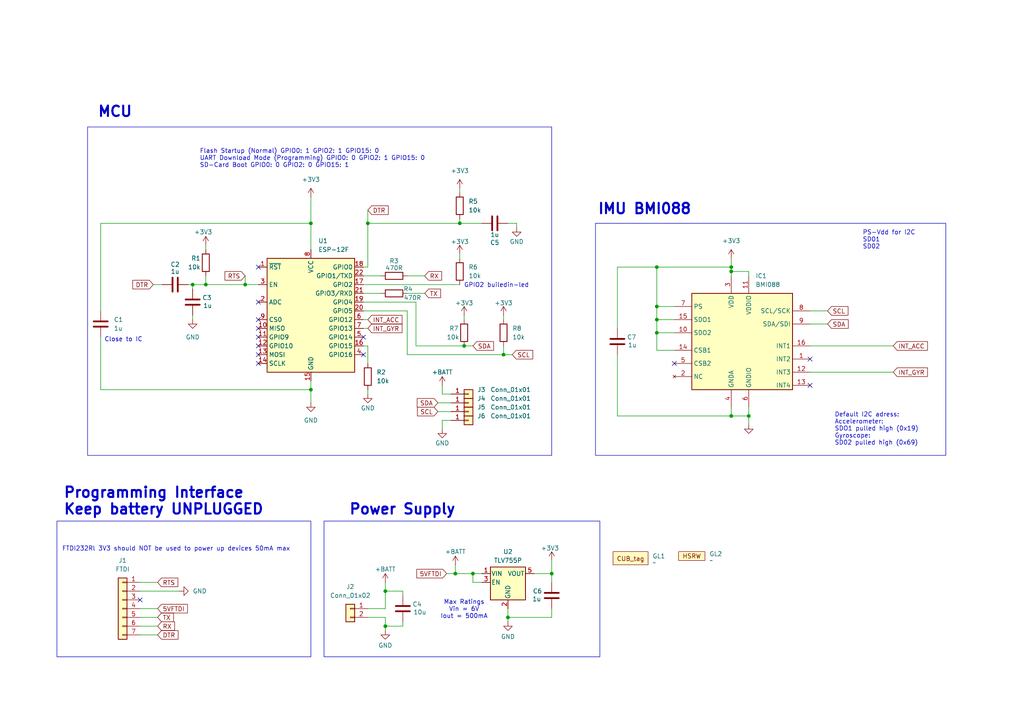
<source format=kicad_sch>
(kicad_sch
	(version 20250114)
	(generator "eeschema")
	(generator_version "9.0")
	(uuid "86b71e32-5a82-4052-b451-bb399d176830")
	(paper "A4")
	(title_block
		(title "RocketflightLogger")
		(date "2025-05-12")
		(rev "/")
		(company "HSRW")
		(comment 1 "Jure Cubelic ")
	)
	(lib_symbols
		(symbol "01_MyLibrary:CUB_tag"
			(pin_numbers
				(hide yes)
			)
			(pin_names
				(offset 0)
				(hide yes)
			)
			(exclude_from_sim no)
			(in_bom no)
			(on_board yes)
			(property "Reference" "GL"
				(at 0 -1.016 0)
				(effects
					(font
						(size 1.27 1.27)
					)
				)
			)
			(property "Value" ""
				(at 0 0 0)
				(effects
					(font
						(size 1.27 1.27)
					)
				)
			)
			(property "Footprint" ""
				(at 0 0 0)
				(effects
					(font
						(size 1.27 1.27)
					)
					(hide yes)
				)
			)
			(property "Datasheet" ""
				(at 0 0 0)
				(effects
					(font
						(size 1.27 1.27)
					)
					(hide yes)
				)
			)
			(property "Description" ""
				(at 0 0 0)
				(effects
					(font
						(size 1.27 1.27)
					)
					(hide yes)
				)
			)
			(symbol "CUB_tag_1_1"
				(rectangle
					(start -5.08 3.81)
					(end 5.08 0)
					(stroke
						(width 0)
						(type solid)
					)
					(fill
						(type color)
						(color 255 255 194 1)
					)
				)
				(text "CUB_tag"
					(at 0 1.778 0)
					(effects
						(font
							(size 1.27 1.27)
						)
					)
				)
			)
			(embedded_fonts no)
		)
		(symbol "01_MyLibrary:Hsrw"
			(pin_numbers
				(hide yes)
			)
			(pin_names
				(offset 0)
				(hide yes)
			)
			(exclude_from_sim no)
			(in_bom no)
			(on_board yes)
			(property "Reference" "GL"
				(at 0 3.556 0)
				(effects
					(font
						(size 1.27 1.27)
					)
				)
			)
			(property "Value" ""
				(at 0 0 0)
				(effects
					(font
						(size 1.27 1.27)
					)
				)
			)
			(property "Footprint" ""
				(at 0 0 0)
				(effects
					(font
						(size 1.27 1.27)
					)
					(hide yes)
				)
			)
			(property "Datasheet" ""
				(at 0 0 0)
				(effects
					(font
						(size 1.27 1.27)
					)
					(hide yes)
				)
			)
			(property "Description" ""
				(at 0 0 0)
				(effects
					(font
						(size 1.27 1.27)
					)
					(hide yes)
				)
			)
			(symbol "Hsrw_1_1"
				(rectangle
					(start -3.81 2.54)
					(end 3.81 0)
					(stroke
						(width 0)
						(type solid)
					)
					(fill
						(type color)
						(color 255 255 194 1)
					)
				)
				(text "HSRW"
					(at 0 1.27 0)
					(effects
						(font
							(size 1.27 1.27)
						)
					)
				)
			)
			(embedded_fonts no)
		)
		(symbol "BMI088:BMI088"
			(exclude_from_sim no)
			(in_bom yes)
			(on_board yes)
			(property "Reference" "IC"
				(at 31.75 17.78 0)
				(effects
					(font
						(size 1.27 1.27)
					)
					(justify left top)
				)
			)
			(property "Value" "BMI088"
				(at 31.75 15.24 0)
				(effects
					(font
						(size 1.27 1.27)
					)
					(justify left top)
				)
			)
			(property "Footprint" "BMI088"
				(at 31.75 -84.76 0)
				(effects
					(font
						(size 1.27 1.27)
					)
					(justify left top)
					(hide yes)
				)
			)
			(property "Datasheet" "https://datasheet.datasheetarchive.com/originals/distributors/Datasheets_SAMA/994c3bf88e91a9e9fead6a819d348e4d.pdf"
				(at 31.75 -184.76 0)
				(effects
					(font
						(size 1.27 1.27)
					)
					(justify left top)
					(hide yes)
				)
			)
			(property "Description" "Inertial Measurement Unit Digital Output 2.5V/3.3V Automotive"
				(at 0 0 0)
				(effects
					(font
						(size 1.27 1.27)
					)
					(hide yes)
				)
			)
			(property "Height" "1.45"
				(at 31.75 -384.76 0)
				(effects
					(font
						(size 1.27 1.27)
					)
					(justify left top)
					(hide yes)
				)
			)
			(property "Mouser Part Number" "262-BMI088"
				(at 31.75 -484.76 0)
				(effects
					(font
						(size 1.27 1.27)
					)
					(justify left top)
					(hide yes)
				)
			)
			(property "Mouser Price/Stock" "https://www.mouser.co.uk/ProductDetail/Bosch-Sensortec/BMI088?qs=f9yNj16SXrIMFspTV6RB6Q%3D%3D"
				(at 31.75 -584.76 0)
				(effects
					(font
						(size 1.27 1.27)
					)
					(justify left top)
					(hide yes)
				)
			)
			(property "Manufacturer_Name" "BOSCH"
				(at 31.75 -684.76 0)
				(effects
					(font
						(size 1.27 1.27)
					)
					(justify left top)
					(hide yes)
				)
			)
			(property "Manufacturer_Part_Number" "BMI088"
				(at 31.75 -784.76 0)
				(effects
					(font
						(size 1.27 1.27)
					)
					(justify left top)
					(hide yes)
				)
			)
			(symbol "BMI088_1_1"
				(rectangle
					(start 1.27 12.7)
					(end 30.48 -15.24)
					(stroke
						(width 0.254)
						(type default)
					)
					(fill
						(type background)
					)
				)
				(pin passive line
					(at -3.81 8.89 0)
					(length 5.08)
					(name "PS"
						(effects
							(font
								(size 1.27 1.27)
							)
						)
					)
					(number "7"
						(effects
							(font
								(size 1.27 1.27)
							)
						)
					)
				)
				(pin passive line
					(at -3.81 5.08 0)
					(length 5.08)
					(name "SDO1"
						(effects
							(font
								(size 1.27 1.27)
							)
						)
					)
					(number "15"
						(effects
							(font
								(size 1.27 1.27)
							)
						)
					)
				)
				(pin passive line
					(at -3.81 1.27 0)
					(length 5.08)
					(name "SDO2"
						(effects
							(font
								(size 1.27 1.27)
							)
						)
					)
					(number "10"
						(effects
							(font
								(size 1.27 1.27)
							)
						)
					)
				)
				(pin passive line
					(at -3.81 -3.81 0)
					(length 5.08)
					(name "CSB1"
						(effects
							(font
								(size 1.27 1.27)
							)
						)
					)
					(number "14"
						(effects
							(font
								(size 1.27 1.27)
							)
						)
					)
				)
				(pin passive line
					(at -3.81 -7.62 0)
					(length 5.08)
					(name "CSB2"
						(effects
							(font
								(size 1.27 1.27)
							)
						)
					)
					(number "5"
						(effects
							(font
								(size 1.27 1.27)
							)
						)
					)
				)
				(pin no_connect line
					(at -3.81 -11.43 0)
					(length 5.08)
					(name "NC"
						(effects
							(font
								(size 1.27 1.27)
							)
						)
					)
					(number "2"
						(effects
							(font
								(size 1.27 1.27)
							)
						)
					)
				)
				(pin passive line
					(at 12.7 17.78 270)
					(length 5.08)
					(name "VDD"
						(effects
							(font
								(size 1.27 1.27)
							)
						)
					)
					(number "3"
						(effects
							(font
								(size 1.27 1.27)
							)
						)
					)
				)
				(pin passive line
					(at 12.7 -20.32 90)
					(length 5.08)
					(name "GNDA"
						(effects
							(font
								(size 1.27 1.27)
							)
						)
					)
					(number "4"
						(effects
							(font
								(size 1.27 1.27)
							)
						)
					)
				)
				(pin passive line
					(at 17.78 17.78 270)
					(length 5.08)
					(name "VDDIO"
						(effects
							(font
								(size 1.27 1.27)
							)
						)
					)
					(number "11"
						(effects
							(font
								(size 1.27 1.27)
							)
						)
					)
				)
				(pin passive line
					(at 17.78 -20.32 90)
					(length 5.08)
					(name "GNDIO"
						(effects
							(font
								(size 1.27 1.27)
							)
						)
					)
					(number "6"
						(effects
							(font
								(size 1.27 1.27)
							)
						)
					)
				)
				(pin passive line
					(at 35.56 7.62 180)
					(length 5.08)
					(name "SCL/SCK"
						(effects
							(font
								(size 1.27 1.27)
							)
						)
					)
					(number "8"
						(effects
							(font
								(size 1.27 1.27)
							)
						)
					)
				)
				(pin passive line
					(at 35.56 3.81 180)
					(length 5.08)
					(name "SDA/SDI"
						(effects
							(font
								(size 1.27 1.27)
							)
						)
					)
					(number "9"
						(effects
							(font
								(size 1.27 1.27)
							)
						)
					)
				)
				(pin passive line
					(at 35.56 -2.54 180)
					(length 5.08)
					(name "INT1"
						(effects
							(font
								(size 1.27 1.27)
							)
						)
					)
					(number "16"
						(effects
							(font
								(size 1.27 1.27)
							)
						)
					)
				)
				(pin passive line
					(at 35.56 -6.35 180)
					(length 5.08)
					(name "INT2"
						(effects
							(font
								(size 1.27 1.27)
							)
						)
					)
					(number "1"
						(effects
							(font
								(size 1.27 1.27)
							)
						)
					)
				)
				(pin passive line
					(at 35.56 -10.16 180)
					(length 5.08)
					(name "INT3"
						(effects
							(font
								(size 1.27 1.27)
							)
						)
					)
					(number "12"
						(effects
							(font
								(size 1.27 1.27)
							)
						)
					)
				)
				(pin passive line
					(at 35.56 -13.97 180)
					(length 5.08)
					(name "INT4"
						(effects
							(font
								(size 1.27 1.27)
							)
						)
					)
					(number "13"
						(effects
							(font
								(size 1.27 1.27)
							)
						)
					)
				)
			)
			(embedded_fonts no)
		)
		(symbol "Connector_Generic:Conn_01x01"
			(pin_names
				(offset 1.016)
				(hide yes)
			)
			(exclude_from_sim no)
			(in_bom yes)
			(on_board yes)
			(property "Reference" "J"
				(at 0 2.54 0)
				(effects
					(font
						(size 1.27 1.27)
					)
				)
			)
			(property "Value" "Conn_01x01"
				(at 0 -2.54 0)
				(effects
					(font
						(size 1.27 1.27)
					)
				)
			)
			(property "Footprint" ""
				(at 0 0 0)
				(effects
					(font
						(size 1.27 1.27)
					)
					(hide yes)
				)
			)
			(property "Datasheet" "~"
				(at 0 0 0)
				(effects
					(font
						(size 1.27 1.27)
					)
					(hide yes)
				)
			)
			(property "Description" "Generic connector, single row, 01x01, script generated (kicad-library-utils/schlib/autogen/connector/)"
				(at 0 0 0)
				(effects
					(font
						(size 1.27 1.27)
					)
					(hide yes)
				)
			)
			(property "ki_keywords" "connector"
				(at 0 0 0)
				(effects
					(font
						(size 1.27 1.27)
					)
					(hide yes)
				)
			)
			(property "ki_fp_filters" "Connector*:*_1x??_*"
				(at 0 0 0)
				(effects
					(font
						(size 1.27 1.27)
					)
					(hide yes)
				)
			)
			(symbol "Conn_01x01_1_1"
				(rectangle
					(start -1.27 1.27)
					(end 1.27 -1.27)
					(stroke
						(width 0.254)
						(type default)
					)
					(fill
						(type background)
					)
				)
				(rectangle
					(start -1.27 0.127)
					(end 0 -0.127)
					(stroke
						(width 0.1524)
						(type default)
					)
					(fill
						(type none)
					)
				)
				(pin passive line
					(at -5.08 0 0)
					(length 3.81)
					(name "Pin_1"
						(effects
							(font
								(size 1.27 1.27)
							)
						)
					)
					(number "1"
						(effects
							(font
								(size 1.27 1.27)
							)
						)
					)
				)
			)
			(embedded_fonts no)
		)
		(symbol "Connector_Generic:Conn_01x02"
			(pin_names
				(offset 1.016)
				(hide yes)
			)
			(exclude_from_sim no)
			(in_bom yes)
			(on_board yes)
			(property "Reference" "J"
				(at 0 2.54 0)
				(effects
					(font
						(size 1.27 1.27)
					)
				)
			)
			(property "Value" "Conn_01x02"
				(at 0 -5.08 0)
				(effects
					(font
						(size 1.27 1.27)
					)
				)
			)
			(property "Footprint" ""
				(at 0 0 0)
				(effects
					(font
						(size 1.27 1.27)
					)
					(hide yes)
				)
			)
			(property "Datasheet" "~"
				(at 0 0 0)
				(effects
					(font
						(size 1.27 1.27)
					)
					(hide yes)
				)
			)
			(property "Description" "Generic connector, single row, 01x02, script generated (kicad-library-utils/schlib/autogen/connector/)"
				(at 0 0 0)
				(effects
					(font
						(size 1.27 1.27)
					)
					(hide yes)
				)
			)
			(property "ki_keywords" "connector"
				(at 0 0 0)
				(effects
					(font
						(size 1.27 1.27)
					)
					(hide yes)
				)
			)
			(property "ki_fp_filters" "Connector*:*_1x??_*"
				(at 0 0 0)
				(effects
					(font
						(size 1.27 1.27)
					)
					(hide yes)
				)
			)
			(symbol "Conn_01x02_1_1"
				(rectangle
					(start -1.27 1.27)
					(end 1.27 -3.81)
					(stroke
						(width 0.254)
						(type default)
					)
					(fill
						(type background)
					)
				)
				(rectangle
					(start -1.27 0.127)
					(end 0 -0.127)
					(stroke
						(width 0.1524)
						(type default)
					)
					(fill
						(type none)
					)
				)
				(rectangle
					(start -1.27 -2.413)
					(end 0 -2.667)
					(stroke
						(width 0.1524)
						(type default)
					)
					(fill
						(type none)
					)
				)
				(pin passive line
					(at -5.08 0 0)
					(length 3.81)
					(name "Pin_1"
						(effects
							(font
								(size 1.27 1.27)
							)
						)
					)
					(number "1"
						(effects
							(font
								(size 1.27 1.27)
							)
						)
					)
				)
				(pin passive line
					(at -5.08 -2.54 0)
					(length 3.81)
					(name "Pin_2"
						(effects
							(font
								(size 1.27 1.27)
							)
						)
					)
					(number "2"
						(effects
							(font
								(size 1.27 1.27)
							)
						)
					)
				)
			)
			(embedded_fonts no)
		)
		(symbol "Connector_Generic:Conn_01x07"
			(pin_names
				(offset 1.016)
				(hide yes)
			)
			(exclude_from_sim no)
			(in_bom yes)
			(on_board yes)
			(property "Reference" "J"
				(at 0 10.16 0)
				(effects
					(font
						(size 1.27 1.27)
					)
				)
			)
			(property "Value" "Conn_01x07"
				(at 0 -10.16 0)
				(effects
					(font
						(size 1.27 1.27)
					)
				)
			)
			(property "Footprint" ""
				(at 0 0 0)
				(effects
					(font
						(size 1.27 1.27)
					)
					(hide yes)
				)
			)
			(property "Datasheet" "~"
				(at 0 0 0)
				(effects
					(font
						(size 1.27 1.27)
					)
					(hide yes)
				)
			)
			(property "Description" "Generic connector, single row, 01x07, script generated (kicad-library-utils/schlib/autogen/connector/)"
				(at 0 0 0)
				(effects
					(font
						(size 1.27 1.27)
					)
					(hide yes)
				)
			)
			(property "ki_keywords" "connector"
				(at 0 0 0)
				(effects
					(font
						(size 1.27 1.27)
					)
					(hide yes)
				)
			)
			(property "ki_fp_filters" "Connector*:*_1x??_*"
				(at 0 0 0)
				(effects
					(font
						(size 1.27 1.27)
					)
					(hide yes)
				)
			)
			(symbol "Conn_01x07_1_1"
				(rectangle
					(start -1.27 8.89)
					(end 1.27 -8.89)
					(stroke
						(width 0.254)
						(type default)
					)
					(fill
						(type background)
					)
				)
				(rectangle
					(start -1.27 7.747)
					(end 0 7.493)
					(stroke
						(width 0.1524)
						(type default)
					)
					(fill
						(type none)
					)
				)
				(rectangle
					(start -1.27 5.207)
					(end 0 4.953)
					(stroke
						(width 0.1524)
						(type default)
					)
					(fill
						(type none)
					)
				)
				(rectangle
					(start -1.27 2.667)
					(end 0 2.413)
					(stroke
						(width 0.1524)
						(type default)
					)
					(fill
						(type none)
					)
				)
				(rectangle
					(start -1.27 0.127)
					(end 0 -0.127)
					(stroke
						(width 0.1524)
						(type default)
					)
					(fill
						(type none)
					)
				)
				(rectangle
					(start -1.27 -2.413)
					(end 0 -2.667)
					(stroke
						(width 0.1524)
						(type default)
					)
					(fill
						(type none)
					)
				)
				(rectangle
					(start -1.27 -4.953)
					(end 0 -5.207)
					(stroke
						(width 0.1524)
						(type default)
					)
					(fill
						(type none)
					)
				)
				(rectangle
					(start -1.27 -7.493)
					(end 0 -7.747)
					(stroke
						(width 0.1524)
						(type default)
					)
					(fill
						(type none)
					)
				)
				(pin passive line
					(at -5.08 7.62 0)
					(length 3.81)
					(name "Pin_1"
						(effects
							(font
								(size 1.27 1.27)
							)
						)
					)
					(number "1"
						(effects
							(font
								(size 1.27 1.27)
							)
						)
					)
				)
				(pin passive line
					(at -5.08 5.08 0)
					(length 3.81)
					(name "Pin_2"
						(effects
							(font
								(size 1.27 1.27)
							)
						)
					)
					(number "2"
						(effects
							(font
								(size 1.27 1.27)
							)
						)
					)
				)
				(pin passive line
					(at -5.08 2.54 0)
					(length 3.81)
					(name "Pin_3"
						(effects
							(font
								(size 1.27 1.27)
							)
						)
					)
					(number "3"
						(effects
							(font
								(size 1.27 1.27)
							)
						)
					)
				)
				(pin passive line
					(at -5.08 0 0)
					(length 3.81)
					(name "Pin_4"
						(effects
							(font
								(size 1.27 1.27)
							)
						)
					)
					(number "4"
						(effects
							(font
								(size 1.27 1.27)
							)
						)
					)
				)
				(pin passive line
					(at -5.08 -2.54 0)
					(length 3.81)
					(name "Pin_5"
						(effects
							(font
								(size 1.27 1.27)
							)
						)
					)
					(number "5"
						(effects
							(font
								(size 1.27 1.27)
							)
						)
					)
				)
				(pin passive line
					(at -5.08 -5.08 0)
					(length 3.81)
					(name "Pin_6"
						(effects
							(font
								(size 1.27 1.27)
							)
						)
					)
					(number "6"
						(effects
							(font
								(size 1.27 1.27)
							)
						)
					)
				)
				(pin passive line
					(at -5.08 -7.62 0)
					(length 3.81)
					(name "Pin_7"
						(effects
							(font
								(size 1.27 1.27)
							)
						)
					)
					(number "7"
						(effects
							(font
								(size 1.27 1.27)
							)
						)
					)
				)
			)
			(embedded_fonts no)
		)
		(symbol "Device:C"
			(pin_numbers
				(hide yes)
			)
			(pin_names
				(offset 0.254)
			)
			(exclude_from_sim no)
			(in_bom yes)
			(on_board yes)
			(property "Reference" "C"
				(at 0.635 2.54 0)
				(effects
					(font
						(size 1.27 1.27)
					)
					(justify left)
				)
			)
			(property "Value" "C"
				(at 0.635 -2.54 0)
				(effects
					(font
						(size 1.27 1.27)
					)
					(justify left)
				)
			)
			(property "Footprint" ""
				(at 0.9652 -3.81 0)
				(effects
					(font
						(size 1.27 1.27)
					)
					(hide yes)
				)
			)
			(property "Datasheet" "~"
				(at 0 0 0)
				(effects
					(font
						(size 1.27 1.27)
					)
					(hide yes)
				)
			)
			(property "Description" "Unpolarized capacitor"
				(at 0 0 0)
				(effects
					(font
						(size 1.27 1.27)
					)
					(hide yes)
				)
			)
			(property "ki_keywords" "cap capacitor"
				(at 0 0 0)
				(effects
					(font
						(size 1.27 1.27)
					)
					(hide yes)
				)
			)
			(property "ki_fp_filters" "C_*"
				(at 0 0 0)
				(effects
					(font
						(size 1.27 1.27)
					)
					(hide yes)
				)
			)
			(symbol "C_0_1"
				(polyline
					(pts
						(xy -2.032 0.762) (xy 2.032 0.762)
					)
					(stroke
						(width 0.508)
						(type default)
					)
					(fill
						(type none)
					)
				)
				(polyline
					(pts
						(xy -2.032 -0.762) (xy 2.032 -0.762)
					)
					(stroke
						(width 0.508)
						(type default)
					)
					(fill
						(type none)
					)
				)
			)
			(symbol "C_1_1"
				(pin passive line
					(at 0 3.81 270)
					(length 2.794)
					(name "~"
						(effects
							(font
								(size 1.27 1.27)
							)
						)
					)
					(number "1"
						(effects
							(font
								(size 1.27 1.27)
							)
						)
					)
				)
				(pin passive line
					(at 0 -3.81 90)
					(length 2.794)
					(name "~"
						(effects
							(font
								(size 1.27 1.27)
							)
						)
					)
					(number "2"
						(effects
							(font
								(size 1.27 1.27)
							)
						)
					)
				)
			)
			(embedded_fonts no)
		)
		(symbol "Device:R"
			(pin_numbers
				(hide yes)
			)
			(pin_names
				(offset 0)
			)
			(exclude_from_sim no)
			(in_bom yes)
			(on_board yes)
			(property "Reference" "R"
				(at 2.032 0 90)
				(effects
					(font
						(size 1.27 1.27)
					)
				)
			)
			(property "Value" "R"
				(at 0 0 90)
				(effects
					(font
						(size 1.27 1.27)
					)
				)
			)
			(property "Footprint" ""
				(at -1.778 0 90)
				(effects
					(font
						(size 1.27 1.27)
					)
					(hide yes)
				)
			)
			(property "Datasheet" "~"
				(at 0 0 0)
				(effects
					(font
						(size 1.27 1.27)
					)
					(hide yes)
				)
			)
			(property "Description" "Resistor"
				(at 0 0 0)
				(effects
					(font
						(size 1.27 1.27)
					)
					(hide yes)
				)
			)
			(property "ki_keywords" "R res resistor"
				(at 0 0 0)
				(effects
					(font
						(size 1.27 1.27)
					)
					(hide yes)
				)
			)
			(property "ki_fp_filters" "R_*"
				(at 0 0 0)
				(effects
					(font
						(size 1.27 1.27)
					)
					(hide yes)
				)
			)
			(symbol "R_0_1"
				(rectangle
					(start -1.016 -2.54)
					(end 1.016 2.54)
					(stroke
						(width 0.254)
						(type default)
					)
					(fill
						(type none)
					)
				)
			)
			(symbol "R_1_1"
				(pin passive line
					(at 0 3.81 270)
					(length 1.27)
					(name "~"
						(effects
							(font
								(size 1.27 1.27)
							)
						)
					)
					(number "1"
						(effects
							(font
								(size 1.27 1.27)
							)
						)
					)
				)
				(pin passive line
					(at 0 -3.81 90)
					(length 1.27)
					(name "~"
						(effects
							(font
								(size 1.27 1.27)
							)
						)
					)
					(number "2"
						(effects
							(font
								(size 1.27 1.27)
							)
						)
					)
				)
			)
			(embedded_fonts no)
		)
		(symbol "RF_Module:ESP-12F"
			(exclude_from_sim no)
			(in_bom yes)
			(on_board yes)
			(property "Reference" "U"
				(at -12.7 19.05 0)
				(effects
					(font
						(size 1.27 1.27)
					)
					(justify left)
				)
			)
			(property "Value" "ESP-12F"
				(at 12.7 19.05 0)
				(effects
					(font
						(size 1.27 1.27)
					)
					(justify right)
				)
			)
			(property "Footprint" "RF_Module:ESP-12E"
				(at 0 0 0)
				(effects
					(font
						(size 1.27 1.27)
					)
					(hide yes)
				)
			)
			(property "Datasheet" "http://wiki.ai-thinker.com/_media/esp8266/esp8266_series_modules_user_manual_v1.1.pdf"
				(at -8.89 2.54 0)
				(effects
					(font
						(size 1.27 1.27)
					)
					(hide yes)
				)
			)
			(property "Description" "802.11 b/g/n Wi-Fi Module"
				(at 0 0 0)
				(effects
					(font
						(size 1.27 1.27)
					)
					(hide yes)
				)
			)
			(property "ki_keywords" "802.11 Wi-Fi"
				(at 0 0 0)
				(effects
					(font
						(size 1.27 1.27)
					)
					(hide yes)
				)
			)
			(property "ki_fp_filters" "ESP?12*"
				(at 0 0 0)
				(effects
					(font
						(size 1.27 1.27)
					)
					(hide yes)
				)
			)
			(symbol "ESP-12F_0_1"
				(rectangle
					(start -12.7 17.78)
					(end 12.7 -15.24)
					(stroke
						(width 0.254)
						(type default)
					)
					(fill
						(type background)
					)
				)
			)
			(symbol "ESP-12F_1_1"
				(pin input line
					(at -15.24 15.24 0)
					(length 2.54)
					(name "~{RST}"
						(effects
							(font
								(size 1.27 1.27)
							)
						)
					)
					(number "1"
						(effects
							(font
								(size 1.27 1.27)
							)
						)
					)
				)
				(pin input line
					(at -15.24 10.16 0)
					(length 2.54)
					(name "EN"
						(effects
							(font
								(size 1.27 1.27)
							)
						)
					)
					(number "3"
						(effects
							(font
								(size 1.27 1.27)
							)
						)
					)
				)
				(pin input line
					(at -15.24 5.08 0)
					(length 2.54)
					(name "ADC"
						(effects
							(font
								(size 1.27 1.27)
							)
						)
					)
					(number "2"
						(effects
							(font
								(size 1.27 1.27)
							)
						)
					)
				)
				(pin input line
					(at -15.24 0 0)
					(length 2.54)
					(name "CS0"
						(effects
							(font
								(size 1.27 1.27)
							)
						)
					)
					(number "9"
						(effects
							(font
								(size 1.27 1.27)
							)
						)
					)
				)
				(pin bidirectional line
					(at -15.24 -2.54 0)
					(length 2.54)
					(name "MISO"
						(effects
							(font
								(size 1.27 1.27)
							)
						)
					)
					(number "10"
						(effects
							(font
								(size 1.27 1.27)
							)
						)
					)
				)
				(pin bidirectional line
					(at -15.24 -5.08 0)
					(length 2.54)
					(name "GPIO9"
						(effects
							(font
								(size 1.27 1.27)
							)
						)
					)
					(number "11"
						(effects
							(font
								(size 1.27 1.27)
							)
						)
					)
				)
				(pin bidirectional line
					(at -15.24 -7.62 0)
					(length 2.54)
					(name "GPIO10"
						(effects
							(font
								(size 1.27 1.27)
							)
						)
					)
					(number "12"
						(effects
							(font
								(size 1.27 1.27)
							)
						)
					)
				)
				(pin bidirectional line
					(at -15.24 -10.16 0)
					(length 2.54)
					(name "MOSI"
						(effects
							(font
								(size 1.27 1.27)
							)
						)
					)
					(number "13"
						(effects
							(font
								(size 1.27 1.27)
							)
						)
					)
				)
				(pin bidirectional line
					(at -15.24 -12.7 0)
					(length 2.54)
					(name "SCLK"
						(effects
							(font
								(size 1.27 1.27)
							)
						)
					)
					(number "14"
						(effects
							(font
								(size 1.27 1.27)
							)
						)
					)
				)
				(pin power_in line
					(at 0 20.32 270)
					(length 2.54)
					(name "VCC"
						(effects
							(font
								(size 1.27 1.27)
							)
						)
					)
					(number "8"
						(effects
							(font
								(size 1.27 1.27)
							)
						)
					)
				)
				(pin power_in line
					(at 0 -17.78 90)
					(length 2.54)
					(name "GND"
						(effects
							(font
								(size 1.27 1.27)
							)
						)
					)
					(number "15"
						(effects
							(font
								(size 1.27 1.27)
							)
						)
					)
				)
				(pin bidirectional line
					(at 15.24 15.24 180)
					(length 2.54)
					(name "GPIO0"
						(effects
							(font
								(size 1.27 1.27)
							)
						)
					)
					(number "18"
						(effects
							(font
								(size 1.27 1.27)
							)
						)
					)
				)
				(pin bidirectional line
					(at 15.24 12.7 180)
					(length 2.54)
					(name "GPIO1/TXD"
						(effects
							(font
								(size 1.27 1.27)
							)
						)
					)
					(number "22"
						(effects
							(font
								(size 1.27 1.27)
							)
						)
					)
				)
				(pin bidirectional line
					(at 15.24 10.16 180)
					(length 2.54)
					(name "GPIO2"
						(effects
							(font
								(size 1.27 1.27)
							)
						)
					)
					(number "17"
						(effects
							(font
								(size 1.27 1.27)
							)
						)
					)
				)
				(pin bidirectional line
					(at 15.24 7.62 180)
					(length 2.54)
					(name "GPIO3/RXD"
						(effects
							(font
								(size 1.27 1.27)
							)
						)
					)
					(number "21"
						(effects
							(font
								(size 1.27 1.27)
							)
						)
					)
				)
				(pin bidirectional line
					(at 15.24 5.08 180)
					(length 2.54)
					(name "GPIO4"
						(effects
							(font
								(size 1.27 1.27)
							)
						)
					)
					(number "19"
						(effects
							(font
								(size 1.27 1.27)
							)
						)
					)
				)
				(pin bidirectional line
					(at 15.24 2.54 180)
					(length 2.54)
					(name "GPIO5"
						(effects
							(font
								(size 1.27 1.27)
							)
						)
					)
					(number "20"
						(effects
							(font
								(size 1.27 1.27)
							)
						)
					)
				)
				(pin bidirectional line
					(at 15.24 0 180)
					(length 2.54)
					(name "GPIO12"
						(effects
							(font
								(size 1.27 1.27)
							)
						)
					)
					(number "6"
						(effects
							(font
								(size 1.27 1.27)
							)
						)
					)
				)
				(pin bidirectional line
					(at 15.24 -2.54 180)
					(length 2.54)
					(name "GPIO13"
						(effects
							(font
								(size 1.27 1.27)
							)
						)
					)
					(number "7"
						(effects
							(font
								(size 1.27 1.27)
							)
						)
					)
				)
				(pin bidirectional line
					(at 15.24 -5.08 180)
					(length 2.54)
					(name "GPIO14"
						(effects
							(font
								(size 1.27 1.27)
							)
						)
					)
					(number "5"
						(effects
							(font
								(size 1.27 1.27)
							)
						)
					)
				)
				(pin bidirectional line
					(at 15.24 -7.62 180)
					(length 2.54)
					(name "GPIO15"
						(effects
							(font
								(size 1.27 1.27)
							)
						)
					)
					(number "16"
						(effects
							(font
								(size 1.27 1.27)
							)
						)
					)
				)
				(pin bidirectional line
					(at 15.24 -10.16 180)
					(length 2.54)
					(name "GPIO16"
						(effects
							(font
								(size 1.27 1.27)
							)
						)
					)
					(number "4"
						(effects
							(font
								(size 1.27 1.27)
							)
						)
					)
				)
			)
			(embedded_fonts no)
		)
		(symbol "Regulator_Linear:TPS76333"
			(pin_names
				(offset 0.254)
			)
			(exclude_from_sim no)
			(in_bom yes)
			(on_board yes)
			(property "Reference" "U"
				(at -3.81 5.715 0)
				(effects
					(font
						(size 1.27 1.27)
					)
				)
			)
			(property "Value" "TPS76333"
				(at 0 5.715 0)
				(effects
					(font
						(size 1.27 1.27)
					)
					(justify left)
				)
			)
			(property "Footprint" "Package_TO_SOT_SMD:SOT-23-5"
				(at 0 8.255 0)
				(effects
					(font
						(size 1.27 1.27)
						(italic yes)
					)
					(hide yes)
				)
			)
			(property "Datasheet" "http://www.ti.com/lit/ds/symlink/tps763.pdf"
				(at 0 0 0)
				(effects
					(font
						(size 1.27 1.27)
					)
					(hide yes)
				)
			)
			(property "Description" "Low power 150mA LDO 3.3V fixed output voltage, SOT-23-5"
				(at 0 0 0)
				(effects
					(font
						(size 1.27 1.27)
					)
					(hide yes)
				)
			)
			(property "ki_keywords" "linear low dropout Regulator fixed"
				(at 0 0 0)
				(effects
					(font
						(size 1.27 1.27)
					)
					(hide yes)
				)
			)
			(property "ki_fp_filters" "SOT?23*"
				(at 0 0 0)
				(effects
					(font
						(size 1.27 1.27)
					)
					(hide yes)
				)
			)
			(symbol "TPS76333_0_1"
				(rectangle
					(start -5.08 4.445)
					(end 5.08 -5.08)
					(stroke
						(width 0.254)
						(type default)
					)
					(fill
						(type background)
					)
				)
			)
			(symbol "TPS76333_1_1"
				(pin power_in line
					(at -7.62 2.54 0)
					(length 2.54)
					(name "VIN"
						(effects
							(font
								(size 1.27 1.27)
							)
						)
					)
					(number "1"
						(effects
							(font
								(size 1.27 1.27)
							)
						)
					)
				)
				(pin input line
					(at -7.62 0 0)
					(length 2.54)
					(name "EN"
						(effects
							(font
								(size 1.27 1.27)
							)
						)
					)
					(number "3"
						(effects
							(font
								(size 1.27 1.27)
							)
						)
					)
				)
				(pin power_in line
					(at 0 -7.62 90)
					(length 2.54)
					(name "GND"
						(effects
							(font
								(size 1.27 1.27)
							)
						)
					)
					(number "2"
						(effects
							(font
								(size 1.27 1.27)
							)
						)
					)
				)
				(pin no_connect line
					(at 5.08 0 180)
					(length 2.54)
					(hide yes)
					(name "NC"
						(effects
							(font
								(size 1.27 1.27)
							)
						)
					)
					(number "4"
						(effects
							(font
								(size 1.27 1.27)
							)
						)
					)
				)
				(pin power_out line
					(at 7.62 2.54 180)
					(length 2.54)
					(name "VOUT"
						(effects
							(font
								(size 1.27 1.27)
							)
						)
					)
					(number "5"
						(effects
							(font
								(size 1.27 1.27)
							)
						)
					)
				)
			)
			(embedded_fonts no)
		)
		(symbol "power:+3V3"
			(power)
			(pin_numbers
				(hide yes)
			)
			(pin_names
				(offset 0)
				(hide yes)
			)
			(exclude_from_sim no)
			(in_bom yes)
			(on_board yes)
			(property "Reference" "#PWR"
				(at 0 -3.81 0)
				(effects
					(font
						(size 1.27 1.27)
					)
					(hide yes)
				)
			)
			(property "Value" "+3V3"
				(at 0 3.556 0)
				(effects
					(font
						(size 1.27 1.27)
					)
				)
			)
			(property "Footprint" ""
				(at 0 0 0)
				(effects
					(font
						(size 1.27 1.27)
					)
					(hide yes)
				)
			)
			(property "Datasheet" ""
				(at 0 0 0)
				(effects
					(font
						(size 1.27 1.27)
					)
					(hide yes)
				)
			)
			(property "Description" "Power symbol creates a global label with name \"+3V3\""
				(at 0 0 0)
				(effects
					(font
						(size 1.27 1.27)
					)
					(hide yes)
				)
			)
			(property "ki_keywords" "global power"
				(at 0 0 0)
				(effects
					(font
						(size 1.27 1.27)
					)
					(hide yes)
				)
			)
			(symbol "+3V3_0_1"
				(polyline
					(pts
						(xy -0.762 1.27) (xy 0 2.54)
					)
					(stroke
						(width 0)
						(type default)
					)
					(fill
						(type none)
					)
				)
				(polyline
					(pts
						(xy 0 2.54) (xy 0.762 1.27)
					)
					(stroke
						(width 0)
						(type default)
					)
					(fill
						(type none)
					)
				)
				(polyline
					(pts
						(xy 0 0) (xy 0 2.54)
					)
					(stroke
						(width 0)
						(type default)
					)
					(fill
						(type none)
					)
				)
			)
			(symbol "+3V3_1_1"
				(pin power_in line
					(at 0 0 90)
					(length 0)
					(name "~"
						(effects
							(font
								(size 1.27 1.27)
							)
						)
					)
					(number "1"
						(effects
							(font
								(size 1.27 1.27)
							)
						)
					)
				)
			)
			(embedded_fonts no)
		)
		(symbol "power:+BATT"
			(power)
			(pin_numbers
				(hide yes)
			)
			(pin_names
				(offset 0)
				(hide yes)
			)
			(exclude_from_sim no)
			(in_bom yes)
			(on_board yes)
			(property "Reference" "#PWR"
				(at 0 -3.81 0)
				(effects
					(font
						(size 1.27 1.27)
					)
					(hide yes)
				)
			)
			(property "Value" "+BATT"
				(at 0 3.556 0)
				(effects
					(font
						(size 1.27 1.27)
					)
				)
			)
			(property "Footprint" ""
				(at 0 0 0)
				(effects
					(font
						(size 1.27 1.27)
					)
					(hide yes)
				)
			)
			(property "Datasheet" ""
				(at 0 0 0)
				(effects
					(font
						(size 1.27 1.27)
					)
					(hide yes)
				)
			)
			(property "Description" "Power symbol creates a global label with name \"+BATT\""
				(at 0 0 0)
				(effects
					(font
						(size 1.27 1.27)
					)
					(hide yes)
				)
			)
			(property "ki_keywords" "global power battery"
				(at 0 0 0)
				(effects
					(font
						(size 1.27 1.27)
					)
					(hide yes)
				)
			)
			(symbol "+BATT_0_1"
				(polyline
					(pts
						(xy -0.762 1.27) (xy 0 2.54)
					)
					(stroke
						(width 0)
						(type default)
					)
					(fill
						(type none)
					)
				)
				(polyline
					(pts
						(xy 0 2.54) (xy 0.762 1.27)
					)
					(stroke
						(width 0)
						(type default)
					)
					(fill
						(type none)
					)
				)
				(polyline
					(pts
						(xy 0 0) (xy 0 2.54)
					)
					(stroke
						(width 0)
						(type default)
					)
					(fill
						(type none)
					)
				)
			)
			(symbol "+BATT_1_1"
				(pin power_in line
					(at 0 0 90)
					(length 0)
					(name "~"
						(effects
							(font
								(size 1.27 1.27)
							)
						)
					)
					(number "1"
						(effects
							(font
								(size 1.27 1.27)
							)
						)
					)
				)
			)
			(embedded_fonts no)
		)
		(symbol "power:GND"
			(power)
			(pin_numbers
				(hide yes)
			)
			(pin_names
				(offset 0)
				(hide yes)
			)
			(exclude_from_sim no)
			(in_bom yes)
			(on_board yes)
			(property "Reference" "#PWR"
				(at 0 -6.35 0)
				(effects
					(font
						(size 1.27 1.27)
					)
					(hide yes)
				)
			)
			(property "Value" "GND"
				(at 0 -3.81 0)
				(effects
					(font
						(size 1.27 1.27)
					)
				)
			)
			(property "Footprint" ""
				(at 0 0 0)
				(effects
					(font
						(size 1.27 1.27)
					)
					(hide yes)
				)
			)
			(property "Datasheet" ""
				(at 0 0 0)
				(effects
					(font
						(size 1.27 1.27)
					)
					(hide yes)
				)
			)
			(property "Description" "Power symbol creates a global label with name \"GND\" , ground"
				(at 0 0 0)
				(effects
					(font
						(size 1.27 1.27)
					)
					(hide yes)
				)
			)
			(property "ki_keywords" "global power"
				(at 0 0 0)
				(effects
					(font
						(size 1.27 1.27)
					)
					(hide yes)
				)
			)
			(symbol "GND_0_1"
				(polyline
					(pts
						(xy 0 0) (xy 0 -1.27) (xy 1.27 -1.27) (xy 0 -2.54) (xy -1.27 -1.27) (xy 0 -1.27)
					)
					(stroke
						(width 0)
						(type default)
					)
					(fill
						(type none)
					)
				)
			)
			(symbol "GND_1_1"
				(pin power_in line
					(at 0 0 270)
					(length 0)
					(name "~"
						(effects
							(font
								(size 1.27 1.27)
							)
						)
					)
					(number "1"
						(effects
							(font
								(size 1.27 1.27)
							)
						)
					)
				)
			)
			(embedded_fonts no)
		)
	)
	(rectangle
		(start 93.98 151.13)
		(end 173.99 190.5)
		(stroke
			(width 0)
			(type default)
		)
		(fill
			(type none)
		)
		(uuid 89ec1420-0275-4b7e-8aee-7eae4d975931)
	)
	(rectangle
		(start 172.72 64.77)
		(end 274.32 132.08)
		(stroke
			(width 0)
			(type default)
		)
		(fill
			(type none)
		)
		(uuid a93fb36c-0b50-4a8f-b4c0-70108fd99fb5)
	)
	(rectangle
		(start 25.4 36.83)
		(end 160.02 132.08)
		(stroke
			(width 0)
			(type default)
		)
		(fill
			(type none)
		)
		(uuid b1715feb-8f82-4fef-baca-023656534e31)
	)
	(rectangle
		(start 16.51 151.13)
		(end 90.17 190.5)
		(stroke
			(width 0)
			(type default)
		)
		(fill
			(type none)
		)
		(uuid c4590b04-dda2-48af-ae85-99e4e76283fb)
	)
	(text "Programming Interface\nKeep battery UNPLUGGED\n"
		(exclude_from_sim no)
		(at 18.288 149.606 0)
		(effects
			(font
				(face "KiCad Font")
				(size 3 3)
				(thickness 0.6)
				(bold yes)
			)
			(justify left bottom)
		)
		(uuid "012b6a4f-09b8-43c4-84a1-b805f6046ed1")
	)
	(text "GPIO2 builedin-led"
		(exclude_from_sim no)
		(at 144.018 82.804 0)
		(effects
			(font
				(size 1.27 1.27)
			)
		)
		(uuid "25933226-1696-42ab-a5ff-98a9449e75ca")
	)
	(text "Flash Startup (Normal) GPIO0: 1 GPIO2: 1 GPIO15: 0\nUART Download Mode (Programming) GPIO0: 0 GPIO2: 1 GPIO15: 0\nSD-Card Boot GPIO0: 0 GPIO2: 0 GPIO15: 1"
		(exclude_from_sim no)
		(at 57.912 45.974 0)
		(effects
			(font
				(size 1.27 1.27)
			)
			(justify left)
		)
		(uuid "2d1251a7-c8e5-43a6-96dc-e1b6d91720ea")
	)
	(text "Power Supply"
		(exclude_from_sim no)
		(at 101.092 149.606 0)
		(effects
			(font
				(face "KiCad Font")
				(size 3 3)
				(thickness 0.6)
				(bold yes)
			)
			(justify left bottom)
		)
		(uuid "311fe30b-0282-4e94-89e3-53613e85e8f8")
	)
	(text "Close to IC"
		(exclude_from_sim no)
		(at 35.814 98.552 0)
		(effects
			(font
				(size 1.27 1.27)
				(thickness 0.1588)
			)
		)
		(uuid "3fe63578-d9ce-4bf9-bb90-226501014b97")
	)
	(text "PS-Vdd for I2C\nSD01\nSD02"
		(exclude_from_sim no)
		(at 250.19 72.39 0)
		(effects
			(font
				(size 1.27 1.27)
			)
			(justify left bottom)
		)
		(uuid "4758c1ee-ae9c-4b87-8ef8-743bdb9695c6")
	)
	(text "Max Ratings\nVin = 6V\nIout = 500mA"
		(exclude_from_sim no)
		(at 134.62 176.784 0)
		(effects
			(font
				(size 1.27 1.27)
				(thickness 0.1588)
			)
		)
		(uuid "773b814f-ce44-4a33-aa71-c7be3fd2dc72")
	)
	(text "FTDI232Rl 3V3 should NOT be used to power up devices 50mA max \n"
		(exclude_from_sim no)
		(at 51.562 159.258 0)
		(effects
			(font
				(size 1.27 1.27)
			)
		)
		(uuid "974bcf64-fd57-42d7-b83f-c1c585e422c2")
	)
	(text "Default I2C adress:\nAccelerometer:\nSDO1 pulled high (0x19)\nGyroscope: \nSD02 pulled high (0x69)"
		(exclude_from_sim no)
		(at 242.062 129.286 0)
		(effects
			(font
				(size 1.27 1.27)
			)
			(justify left bottom)
		)
		(uuid "b5db045c-d2ce-4f09-ac0d-078588b71f36")
	)
	(text "MCU"
		(exclude_from_sim no)
		(at 28.194 34.29 0)
		(effects
			(font
				(face "KiCad Font")
				(size 3 3)
				(thickness 0.6)
				(bold yes)
			)
			(justify left bottom)
		)
		(uuid "b8948965-cf57-42a1-af80-4bb7a6728cda")
	)
	(text "IMU BMI088"
		(exclude_from_sim no)
		(at 173.228 62.484 0)
		(effects
			(font
				(face "KiCad Font")
				(size 3 3)
				(thickness 0.6)
				(bold yes)
			)
			(justify left bottom)
		)
		(uuid "e07f112e-04c7-45f1-929a-91b90c950117")
	)
	(junction
		(at 160.02 166.37)
		(diameter 0)
		(color 0 0 0 0)
		(uuid "1e4e2ec9-0363-4ea1-907e-f2fe452247da")
	)
	(junction
		(at 133.35 64.77)
		(diameter 0)
		(color 0 0 0 0)
		(uuid "23e696da-d195-459c-96d4-e93b16307197")
	)
	(junction
		(at 190.5 77.47)
		(diameter 0)
		(color 0 0 0 0)
		(uuid "2f9b8b40-e9bf-49d4-bd90-6a5590f94484")
	)
	(junction
		(at 212.09 78.74)
		(diameter 0)
		(color 0 0 0 0)
		(uuid "2ffcf945-b846-4f66-9a06-2acb09482976")
	)
	(junction
		(at 134.62 100.33)
		(diameter 0)
		(color 0 0 0 0)
		(uuid "441bf2c4-6e10-4385-9943-8b3688238195")
	)
	(junction
		(at 106.68 64.77)
		(diameter 0)
		(color 0 0 0 0)
		(uuid "479ddaa2-1889-47ac-b447-a393c9c27eb6")
	)
	(junction
		(at 90.17 64.77)
		(diameter 0)
		(color 0 0 0 0)
		(uuid "4ed68fb1-617f-45c0-b63d-a03ab428835b")
	)
	(junction
		(at 111.76 171.45)
		(diameter 0)
		(color 0 0 0 0)
		(uuid "67d00a56-036c-4dfc-b9ec-b7aad02a0476")
	)
	(junction
		(at 111.76 181.61)
		(diameter 0)
		(color 0 0 0 0)
		(uuid "778ff365-245b-4c13-b2b1-347b7da096e0")
	)
	(junction
		(at 59.69 82.55)
		(diameter 0)
		(color 0 0 0 0)
		(uuid "9ae65419-8992-4d98-942e-0efeaebba695")
	)
	(junction
		(at 217.17 120.65)
		(diameter 0)
		(color 0 0 0 0)
		(uuid "9e8cf6aa-f3d8-4b72-a290-4c929455e845")
	)
	(junction
		(at 212.09 120.65)
		(diameter 0)
		(color 0 0 0 0)
		(uuid "a8f2e0af-c5cc-4569-9e65-f59a1d834a47")
	)
	(junction
		(at 212.09 77.47)
		(diameter 0)
		(color 0 0 0 0)
		(uuid "aa5af0b5-9c9b-4ef0-9bb8-3c953f6b51fe")
	)
	(junction
		(at 146.05 102.87)
		(diameter 0)
		(color 0 0 0 0)
		(uuid "adfec1fb-b50f-4138-8283-8081e92ce6e3")
	)
	(junction
		(at 90.17 113.03)
		(diameter 0)
		(color 0 0 0 0)
		(uuid "b35a7797-ab49-4920-92ed-d8440362b11f")
	)
	(junction
		(at 55.88 82.55)
		(diameter 0)
		(color 0 0 0 0)
		(uuid "be70857d-a780-4689-b7ea-aff22dae3f29")
	)
	(junction
		(at 190.5 96.52)
		(diameter 0)
		(color 0 0 0 0)
		(uuid "c1fb86b5-8c25-4568-b8cb-d698e0e6ed63")
	)
	(junction
		(at 71.12 82.55)
		(diameter 0)
		(color 0 0 0 0)
		(uuid "c33d67e6-f85e-4f39-a46e-0b12a40b7566")
	)
	(junction
		(at 147.32 179.07)
		(diameter 0)
		(color 0 0 0 0)
		(uuid "d36b03b7-e0ca-4512-a49a-f4ef356ac948")
	)
	(junction
		(at 137.16 166.37)
		(diameter 0)
		(color 0 0 0 0)
		(uuid "d9f84567-73b2-46ee-8726-6d48e0530f6e")
	)
	(junction
		(at 132.08 166.37)
		(diameter 0)
		(color 0 0 0 0)
		(uuid "dff60544-9463-49f9-8699-193649f11323")
	)
	(junction
		(at 190.5 88.9)
		(diameter 0)
		(color 0 0 0 0)
		(uuid "e9e62e57-f220-49f1-b32d-ed2d6a414587")
	)
	(junction
		(at 190.5 92.71)
		(diameter 0)
		(color 0 0 0 0)
		(uuid "f2aab561-a672-4342-b53f-390d4c0478ba")
	)
	(no_connect
		(at 74.93 102.87)
		(uuid "076ae282-4bd5-425e-8d55-7aab0a80239c")
	)
	(no_connect
		(at 105.41 97.79)
		(uuid "0ddd273b-c1f3-4157-bdc7-0347d7307c6a")
	)
	(no_connect
		(at 74.93 105.41)
		(uuid "485aeb50-c1c0-45d8-b55d-4b2c51d096b7")
	)
	(no_connect
		(at 195.58 105.41)
		(uuid "5321a2a1-2de3-4ee8-a5fb-981108f04ec9")
	)
	(no_connect
		(at 74.93 92.71)
		(uuid "7ef7a545-afdd-4495-b1a9-2b81ee7a726d")
	)
	(no_connect
		(at 74.93 95.25)
		(uuid "89521c14-754d-420b-b56f-8d6014b3a8a7")
	)
	(no_connect
		(at 74.93 97.79)
		(uuid "8a52bfbb-113b-42d4-891f-dff45aa0d73d")
	)
	(no_connect
		(at 234.95 111.76)
		(uuid "a0221ee4-a04c-486c-af61-bbc5cd7eecd5")
	)
	(no_connect
		(at 40.64 173.99)
		(uuid "aa88924a-4156-48a6-aa8c-4ac63c94c06e")
	)
	(no_connect
		(at 74.93 100.33)
		(uuid "b2daaf4a-2564-485b-adb3-6b277a5e85d9")
	)
	(no_connect
		(at 105.41 102.87)
		(uuid "b999aa65-47c2-4d16-8a11-5d0558e3c524")
	)
	(no_connect
		(at 74.93 87.63)
		(uuid "c3382751-20b0-4ae2-bb42-df2e33be522e")
	)
	(no_connect
		(at 74.93 77.47)
		(uuid "de3c71af-02f0-4f96-81f3-a58d5249551b")
	)
	(no_connect
		(at 234.95 104.14)
		(uuid "e902fde7-49f7-4970-84c5-afa209293ffa")
	)
	(wire
		(pts
			(xy 149.86 64.77) (xy 149.86 66.04)
		)
		(stroke
			(width 0)
			(type default)
		)
		(uuid "02418e11-1894-40f0-a96a-f962d0cd1b9a")
	)
	(wire
		(pts
			(xy 118.11 80.01) (xy 123.19 80.01)
		)
		(stroke
			(width 0)
			(type default)
		)
		(uuid "07b63091-5cae-437d-ad9e-852d6c662fdf")
	)
	(wire
		(pts
			(xy 190.5 101.6) (xy 190.5 96.52)
		)
		(stroke
			(width 0)
			(type default)
		)
		(uuid "0b91d031-5b45-40c6-bce4-26b7cb55db7d")
	)
	(wire
		(pts
			(xy 105.41 85.09) (xy 110.49 85.09)
		)
		(stroke
			(width 0)
			(type default)
		)
		(uuid "0c69e5cf-4948-4e8b-a95f-bf0c2fc63453")
	)
	(wire
		(pts
			(xy 116.84 171.45) (xy 111.76 171.45)
		)
		(stroke
			(width 0)
			(type default)
		)
		(uuid "0d1cf2d5-03f7-4f3b-86be-41ad72598f36")
	)
	(wire
		(pts
			(xy 59.69 80.01) (xy 59.69 82.55)
		)
		(stroke
			(width 0)
			(type default)
		)
		(uuid "0f75e767-4a77-4e4b-8a43-55c2b2222933")
	)
	(wire
		(pts
			(xy 106.68 60.96) (xy 106.68 64.77)
		)
		(stroke
			(width 0)
			(type default)
		)
		(uuid "11339e9b-6377-4dc1-8691-e5fbdccf63f2")
	)
	(wire
		(pts
			(xy 59.69 71.12) (xy 59.69 72.39)
		)
		(stroke
			(width 0)
			(type default)
		)
		(uuid "15055d08-739d-4190-a96a-7cee3c5ad8b5")
	)
	(wire
		(pts
			(xy 106.68 105.41) (xy 106.68 100.33)
		)
		(stroke
			(width 0)
			(type default)
		)
		(uuid "163f68b7-a073-4e3d-8ee9-e01b51e8e389")
	)
	(wire
		(pts
			(xy 234.95 107.95) (xy 259.08 107.95)
		)
		(stroke
			(width 0)
			(type default)
		)
		(uuid "16d6c952-7937-4892-9ef9-e2f8bea764bc")
	)
	(wire
		(pts
			(xy 190.5 88.9) (xy 190.5 92.71)
		)
		(stroke
			(width 0)
			(type default)
		)
		(uuid "17a47647-c469-43bc-bd91-95379622434d")
	)
	(wire
		(pts
			(xy 40.64 168.91) (xy 45.72 168.91)
		)
		(stroke
			(width 0)
			(type default)
		)
		(uuid "1ccaf715-016e-4136-9de5-30f1c5fb3ab7")
	)
	(wire
		(pts
			(xy 55.88 82.55) (xy 59.69 82.55)
		)
		(stroke
			(width 0)
			(type default)
		)
		(uuid "1d3416bd-fe51-48b0-b830-9d14948076e3")
	)
	(wire
		(pts
			(xy 128.27 121.92) (xy 128.27 124.46)
		)
		(stroke
			(width 0)
			(type default)
		)
		(uuid "23940814-647a-4d25-990d-02493a9017d8")
	)
	(wire
		(pts
			(xy 139.7 64.77) (xy 133.35 64.77)
		)
		(stroke
			(width 0)
			(type default)
		)
		(uuid "246f7e3c-236f-459d-8f81-c328a14e1e4c")
	)
	(wire
		(pts
			(xy 130.81 121.92) (xy 128.27 121.92)
		)
		(stroke
			(width 0)
			(type default)
		)
		(uuid "27338ff4-a6ba-4d0e-8cfd-233fac60e659")
	)
	(wire
		(pts
			(xy 190.5 77.47) (xy 190.5 88.9)
		)
		(stroke
			(width 0)
			(type default)
		)
		(uuid "27d81c34-6a7f-464f-805f-d456c5bbb5fe")
	)
	(wire
		(pts
			(xy 179.07 77.47) (xy 179.07 95.25)
		)
		(stroke
			(width 0)
			(type default)
		)
		(uuid "28dcdeed-7c64-4c7d-9a99-9c83d158e401")
	)
	(wire
		(pts
			(xy 160.02 179.07) (xy 147.32 179.07)
		)
		(stroke
			(width 0)
			(type default)
		)
		(uuid "29737b10-d3bd-4f02-8b36-a8c55c87fbea")
	)
	(wire
		(pts
			(xy 133.35 73.66) (xy 133.35 74.93)
		)
		(stroke
			(width 0)
			(type default)
		)
		(uuid "2bc41f67-0bb1-4038-a18e-20127e474cc4")
	)
	(wire
		(pts
			(xy 212.09 118.11) (xy 212.09 120.65)
		)
		(stroke
			(width 0)
			(type default)
		)
		(uuid "2be39719-f998-4d68-8ec1-5f6383778c8e")
	)
	(wire
		(pts
			(xy 127 119.38) (xy 130.81 119.38)
		)
		(stroke
			(width 0)
			(type default)
		)
		(uuid "2cca51b9-aaac-43db-8862-def7dc09db48")
	)
	(wire
		(pts
			(xy 190.5 77.47) (xy 212.09 77.47)
		)
		(stroke
			(width 0)
			(type default)
		)
		(uuid "2ff67669-807e-472f-89d0-a4f37745b4eb")
	)
	(wire
		(pts
			(xy 40.64 184.15) (xy 45.72 184.15)
		)
		(stroke
			(width 0)
			(type default)
		)
		(uuid "3058367a-94a7-47ff-82a6-ab2799fff05b")
	)
	(wire
		(pts
			(xy 160.02 162.56) (xy 160.02 166.37)
		)
		(stroke
			(width 0)
			(type default)
		)
		(uuid "36ebb0f5-4c22-4b90-90c4-cddfd2bce119")
	)
	(wire
		(pts
			(xy 118.11 85.09) (xy 123.19 85.09)
		)
		(stroke
			(width 0)
			(type default)
		)
		(uuid "374fe3d8-d652-41d1-9bc0-4f63cf72c73d")
	)
	(wire
		(pts
			(xy 134.62 91.44) (xy 134.62 92.71)
		)
		(stroke
			(width 0)
			(type default)
		)
		(uuid "3950c49c-0e01-4add-ad4f-a9c7d9e4731f")
	)
	(wire
		(pts
			(xy 147.32 64.77) (xy 149.86 64.77)
		)
		(stroke
			(width 0)
			(type default)
		)
		(uuid "39da8903-e3c3-4133-a65c-9746fcba8185")
	)
	(wire
		(pts
			(xy 111.76 168.91) (xy 111.76 171.45)
		)
		(stroke
			(width 0)
			(type default)
		)
		(uuid "43e185a9-4fe3-4b54-ad07-441437b312aa")
	)
	(wire
		(pts
			(xy 90.17 57.15) (xy 90.17 64.77)
		)
		(stroke
			(width 0)
			(type default)
		)
		(uuid "4740bb8d-8600-4a42-bd37-fbdd3435b3c4")
	)
	(wire
		(pts
			(xy 106.68 176.53) (xy 111.76 176.53)
		)
		(stroke
			(width 0)
			(type default)
		)
		(uuid "498b1bad-fa28-4c12-bb6f-79c7cca9dfce")
	)
	(wire
		(pts
			(xy 105.41 90.17) (xy 118.11 90.17)
		)
		(stroke
			(width 0)
			(type default)
		)
		(uuid "4b0a19aa-fa4f-4faf-9aa7-ba00a1461fbf")
	)
	(wire
		(pts
			(xy 179.07 120.65) (xy 212.09 120.65)
		)
		(stroke
			(width 0)
			(type default)
		)
		(uuid "4fb47544-a51c-43a1-b25b-9134e9aded93")
	)
	(wire
		(pts
			(xy 54.61 82.55) (xy 55.88 82.55)
		)
		(stroke
			(width 0)
			(type default)
		)
		(uuid "505ad7a8-07b2-4589-9cec-0278c467a3e7")
	)
	(wire
		(pts
			(xy 212.09 78.74) (xy 212.09 80.01)
		)
		(stroke
			(width 0)
			(type default)
		)
		(uuid "5709c54f-1e1d-4aa6-98e1-5ed55669e1d2")
	)
	(wire
		(pts
			(xy 134.62 100.33) (xy 137.16 100.33)
		)
		(stroke
			(width 0)
			(type default)
		)
		(uuid "5742cb9b-87e2-453b-a2e8-72946bacb401")
	)
	(wire
		(pts
			(xy 90.17 64.77) (xy 90.17 72.39)
		)
		(stroke
			(width 0)
			(type default)
		)
		(uuid "58ad36bc-93b7-4da6-8467-fa091232bfd1")
	)
	(wire
		(pts
			(xy 234.95 100.33) (xy 259.08 100.33)
		)
		(stroke
			(width 0)
			(type default)
		)
		(uuid "5d090e85-65bf-449e-9172-31dbd6e16fc8")
	)
	(wire
		(pts
			(xy 116.84 171.45) (xy 116.84 172.72)
		)
		(stroke
			(width 0)
			(type default)
		)
		(uuid "635c1d50-3b7a-41e3-bd41-b384de191f5a")
	)
	(wire
		(pts
			(xy 217.17 120.65) (xy 217.17 123.19)
		)
		(stroke
			(width 0)
			(type default)
		)
		(uuid "674e3d7a-a364-4b88-8ca8-f031814d5d12")
	)
	(wire
		(pts
			(xy 133.35 54.61) (xy 133.35 55.88)
		)
		(stroke
			(width 0)
			(type default)
		)
		(uuid "68466964-32aa-46e6-bf70-ccfc92d6c376")
	)
	(wire
		(pts
			(xy 139.7 168.91) (xy 137.16 168.91)
		)
		(stroke
			(width 0)
			(type default)
		)
		(uuid "687f8bb3-6959-4d10-a04c-2600c866abe0")
	)
	(wire
		(pts
			(xy 190.5 92.71) (xy 190.5 96.52)
		)
		(stroke
			(width 0)
			(type default)
		)
		(uuid "6efa615c-04bc-487f-87c3-fbe7cc20ec20")
	)
	(wire
		(pts
			(xy 59.69 82.55) (xy 71.12 82.55)
		)
		(stroke
			(width 0)
			(type default)
		)
		(uuid "6fb32e7e-5a39-443c-b839-cbaebdb757ba")
	)
	(wire
		(pts
			(xy 40.64 176.53) (xy 45.72 176.53)
		)
		(stroke
			(width 0)
			(type default)
		)
		(uuid "7050389d-d90d-46b7-a710-4420e675ac76")
	)
	(wire
		(pts
			(xy 106.68 113.03) (xy 106.68 114.3)
		)
		(stroke
			(width 0)
			(type default)
		)
		(uuid "71850113-6e3d-4965-96ce-d2e4e638cdec")
	)
	(wire
		(pts
			(xy 40.64 181.61) (xy 45.72 181.61)
		)
		(stroke
			(width 0)
			(type default)
		)
		(uuid "7231cb08-4129-4ed8-8914-897e567ee153")
	)
	(wire
		(pts
			(xy 234.95 90.17) (xy 240.03 90.17)
		)
		(stroke
			(width 0)
			(type default)
		)
		(uuid "74bd413d-7d13-4e2e-8009-2b8c7d6f8659")
	)
	(wire
		(pts
			(xy 146.05 91.44) (xy 146.05 92.71)
		)
		(stroke
			(width 0)
			(type default)
		)
		(uuid "75cdece1-ba82-46e0-96b6-2a9e6cc34e6c")
	)
	(wire
		(pts
			(xy 105.41 82.55) (xy 133.35 82.55)
		)
		(stroke
			(width 0)
			(type default)
		)
		(uuid "76d28a64-f7d7-4ba2-a656-1e1b770ab038")
	)
	(wire
		(pts
			(xy 111.76 181.61) (xy 111.76 182.88)
		)
		(stroke
			(width 0)
			(type default)
		)
		(uuid "77ca688c-4c1a-4630-95ad-67f3367215bb")
	)
	(wire
		(pts
			(xy 212.09 74.93) (xy 212.09 77.47)
		)
		(stroke
			(width 0)
			(type default)
		)
		(uuid "7a170353-7baa-4556-a25d-774b696c285b")
	)
	(wire
		(pts
			(xy 90.17 113.03) (xy 29.21 113.03)
		)
		(stroke
			(width 0)
			(type default)
		)
		(uuid "7bd61a01-c91f-4217-96ad-6a4bc371ab2d")
	)
	(wire
		(pts
			(xy 44.45 82.55) (xy 46.99 82.55)
		)
		(stroke
			(width 0)
			(type default)
		)
		(uuid "7cd5a789-6f09-43d0-adbd-3e8fad2838f1")
	)
	(wire
		(pts
			(xy 71.12 80.01) (xy 71.12 82.55)
		)
		(stroke
			(width 0)
			(type default)
		)
		(uuid "8295035b-7187-42e5-b60b-ebe6230db2de")
	)
	(wire
		(pts
			(xy 40.64 171.45) (xy 52.07 171.45)
		)
		(stroke
			(width 0)
			(type default)
		)
		(uuid "8434b662-df40-4ed5-afec-041401db8bc0")
	)
	(wire
		(pts
			(xy 179.07 120.65) (xy 179.07 102.87)
		)
		(stroke
			(width 0)
			(type default)
		)
		(uuid "86874064-69ac-44ce-96ea-ca8ad2b06c01")
	)
	(wire
		(pts
			(xy 106.68 64.77) (xy 133.35 64.77)
		)
		(stroke
			(width 0)
			(type default)
		)
		(uuid "88ee48de-7f1e-46cb-8aa9-3cffd770362a")
	)
	(wire
		(pts
			(xy 179.07 77.47) (xy 190.5 77.47)
		)
		(stroke
			(width 0)
			(type default)
		)
		(uuid "8b34623d-85b9-41d4-8ee7-03d23238a104")
	)
	(wire
		(pts
			(xy 90.17 113.03) (xy 90.17 116.84)
		)
		(stroke
			(width 0)
			(type default)
		)
		(uuid "8f2dd3f3-2613-4309-832f-39420ec8d1ed")
	)
	(wire
		(pts
			(xy 137.16 166.37) (xy 139.7 166.37)
		)
		(stroke
			(width 0)
			(type default)
		)
		(uuid "903d3ac3-39a7-4071-92f6-a8c2d0c46787")
	)
	(wire
		(pts
			(xy 137.16 166.37) (xy 137.16 168.91)
		)
		(stroke
			(width 0)
			(type default)
		)
		(uuid "9276a05c-a597-46bd-91dc-9909e4eef400")
	)
	(wire
		(pts
			(xy 154.94 166.37) (xy 160.02 166.37)
		)
		(stroke
			(width 0)
			(type default)
		)
		(uuid "94163f6f-4309-4601-80ff-fd2253dc2a33")
	)
	(wire
		(pts
			(xy 195.58 101.6) (xy 190.5 101.6)
		)
		(stroke
			(width 0)
			(type default)
		)
		(uuid "979d75ac-5ba3-49e0-b2fd-ae5f8d2e5b88")
	)
	(wire
		(pts
			(xy 105.41 95.25) (xy 106.68 95.25)
		)
		(stroke
			(width 0)
			(type default)
		)
		(uuid "98559ded-4808-474a-9f1f-382271e566ce")
	)
	(wire
		(pts
			(xy 132.08 166.37) (xy 137.16 166.37)
		)
		(stroke
			(width 0)
			(type default)
		)
		(uuid "9a039546-dea9-44a2-b491-dc327dbb7d86")
	)
	(wire
		(pts
			(xy 160.02 176.53) (xy 160.02 179.07)
		)
		(stroke
			(width 0)
			(type default)
		)
		(uuid "9cff0760-5759-498a-af8a-592a49ea0536")
	)
	(wire
		(pts
			(xy 127 116.84) (xy 130.81 116.84)
		)
		(stroke
			(width 0)
			(type default)
		)
		(uuid "9dcc7c2b-859e-419e-81f5-deef92dcd718")
	)
	(wire
		(pts
			(xy 118.11 102.87) (xy 146.05 102.87)
		)
		(stroke
			(width 0)
			(type default)
		)
		(uuid "a0ab2c57-d974-48c5-9992-f4d6c5956dbf")
	)
	(wire
		(pts
			(xy 146.05 100.33) (xy 146.05 102.87)
		)
		(stroke
			(width 0)
			(type default)
		)
		(uuid "a10a71ae-92dd-4ae6-85bf-24ee7dfdd2bb")
	)
	(wire
		(pts
			(xy 190.5 88.9) (xy 195.58 88.9)
		)
		(stroke
			(width 0)
			(type default)
		)
		(uuid "a15efbc9-1699-4c90-a847-31234593840e")
	)
	(wire
		(pts
			(xy 106.68 100.33) (xy 105.41 100.33)
		)
		(stroke
			(width 0)
			(type default)
		)
		(uuid "a19b9802-3af1-4e47-89be-047a6d370599")
	)
	(wire
		(pts
			(xy 118.11 90.17) (xy 118.11 102.87)
		)
		(stroke
			(width 0)
			(type default)
		)
		(uuid "a4346320-7159-44cf-9c0b-d9f4ebfc3b51")
	)
	(wire
		(pts
			(xy 120.65 100.33) (xy 134.62 100.33)
		)
		(stroke
			(width 0)
			(type default)
		)
		(uuid "a6e9d982-63ad-4963-a190-debf68fc1627")
	)
	(wire
		(pts
			(xy 195.58 96.52) (xy 190.5 96.52)
		)
		(stroke
			(width 0)
			(type default)
		)
		(uuid "a77cf99f-60c4-459e-96e2-716c81c5610a")
	)
	(wire
		(pts
			(xy 129.54 166.37) (xy 132.08 166.37)
		)
		(stroke
			(width 0)
			(type default)
		)
		(uuid "aa692c79-8085-443a-b0b4-a58022cbb2fb")
	)
	(wire
		(pts
			(xy 105.41 87.63) (xy 120.65 87.63)
		)
		(stroke
			(width 0)
			(type default)
		)
		(uuid "ac131ae4-32d1-4958-ab0c-264c8ab1dca8")
	)
	(wire
		(pts
			(xy 217.17 118.11) (xy 217.17 120.65)
		)
		(stroke
			(width 0)
			(type default)
		)
		(uuid "af1893a0-ef0e-464b-80cb-22214db8b650")
	)
	(wire
		(pts
			(xy 160.02 166.37) (xy 160.02 168.91)
		)
		(stroke
			(width 0)
			(type default)
		)
		(uuid "b1339c7a-b95d-4c81-81b4-51bd1a434887")
	)
	(wire
		(pts
			(xy 90.17 110.49) (xy 90.17 113.03)
		)
		(stroke
			(width 0)
			(type default)
		)
		(uuid "b2b59b89-3157-44d1-a88b-70dfe72b27b9")
	)
	(wire
		(pts
			(xy 217.17 78.74) (xy 212.09 78.74)
		)
		(stroke
			(width 0)
			(type default)
		)
		(uuid "b58e8a85-ebfd-4a13-bc22-80324280b37a")
	)
	(wire
		(pts
			(xy 147.32 179.07) (xy 147.32 180.34)
		)
		(stroke
			(width 0)
			(type default)
		)
		(uuid "c044619e-89ea-453f-8c33-67c14b1509d2")
	)
	(wire
		(pts
			(xy 146.05 102.87) (xy 148.59 102.87)
		)
		(stroke
			(width 0)
			(type default)
		)
		(uuid "c164c919-2c5b-40dd-a09f-90b2eccb8179")
	)
	(wire
		(pts
			(xy 130.81 114.3) (xy 128.27 114.3)
		)
		(stroke
			(width 0)
			(type default)
		)
		(uuid "c61d6c7c-4a5f-4db7-8951-9d683241f017")
	)
	(wire
		(pts
			(xy 29.21 64.77) (xy 90.17 64.77)
		)
		(stroke
			(width 0)
			(type default)
		)
		(uuid "c9c4d44f-c377-439f-a707-94afe526d9f8")
	)
	(wire
		(pts
			(xy 55.88 82.55) (xy 55.88 83.82)
		)
		(stroke
			(width 0)
			(type default)
		)
		(uuid "cd1a0ad2-a595-4eff-b947-a3e3f7432de0")
	)
	(wire
		(pts
			(xy 217.17 80.01) (xy 217.17 78.74)
		)
		(stroke
			(width 0)
			(type default)
		)
		(uuid "cfae6d06-f284-4d3c-a504-cc2602be327d")
	)
	(wire
		(pts
			(xy 190.5 92.71) (xy 195.58 92.71)
		)
		(stroke
			(width 0)
			(type default)
		)
		(uuid "d2081e81-6486-4dea-8033-8b630509f7cb")
	)
	(wire
		(pts
			(xy 71.12 82.55) (xy 74.93 82.55)
		)
		(stroke
			(width 0)
			(type default)
		)
		(uuid "d3141f60-ffad-4f89-8ed2-92b21fd923d1")
	)
	(wire
		(pts
			(xy 40.64 179.07) (xy 45.72 179.07)
		)
		(stroke
			(width 0)
			(type default)
		)
		(uuid "d4926446-037c-47c8-b187-e0b40969e4b7")
	)
	(wire
		(pts
			(xy 234.95 93.98) (xy 240.03 93.98)
		)
		(stroke
			(width 0)
			(type default)
		)
		(uuid "d90d31cc-8d06-4ebb-b289-316f09280538")
	)
	(wire
		(pts
			(xy 55.88 91.44) (xy 55.88 92.71)
		)
		(stroke
			(width 0)
			(type default)
		)
		(uuid "da796348-afb0-49c9-86c8-f323b40342fb")
	)
	(wire
		(pts
			(xy 128.27 114.3) (xy 128.27 111.76)
		)
		(stroke
			(width 0)
			(type default)
		)
		(uuid "dc8d0ba5-f4a3-4e1c-a563-c0a825c9a1a2")
	)
	(wire
		(pts
			(xy 105.41 92.71) (xy 106.68 92.71)
		)
		(stroke
			(width 0)
			(type default)
		)
		(uuid "dded29ba-4d5d-4492-9871-6d5f55a4acef")
	)
	(wire
		(pts
			(xy 111.76 181.61) (xy 116.84 181.61)
		)
		(stroke
			(width 0)
			(type default)
		)
		(uuid "defeb99d-1943-4628-b6ae-7a32f21a3386")
	)
	(wire
		(pts
			(xy 29.21 113.03) (xy 29.21 97.79)
		)
		(stroke
			(width 0)
			(type default)
		)
		(uuid "e155b66b-fc8f-4595-854a-e90e3ab65232")
	)
	(wire
		(pts
			(xy 212.09 77.47) (xy 212.09 78.74)
		)
		(stroke
			(width 0)
			(type default)
		)
		(uuid "e1914979-0079-4b62-888f-21bbdbf9bb68")
	)
	(wire
		(pts
			(xy 111.76 171.45) (xy 111.76 176.53)
		)
		(stroke
			(width 0)
			(type default)
		)
		(uuid "ed2c2f94-3e1f-49ca-a870-290fa7c5f39f")
	)
	(wire
		(pts
			(xy 132.08 163.83) (xy 132.08 166.37)
		)
		(stroke
			(width 0)
			(type default)
		)
		(uuid "ed32f613-22d9-43d5-aded-b5b7a25b9d4a")
	)
	(wire
		(pts
			(xy 105.41 80.01) (xy 110.49 80.01)
		)
		(stroke
			(width 0)
			(type default)
		)
		(uuid "ed49a094-8e06-46f1-8eb8-815d08390e1d")
	)
	(wire
		(pts
			(xy 120.65 87.63) (xy 120.65 100.33)
		)
		(stroke
			(width 0)
			(type default)
		)
		(uuid "f0132cc0-238f-46fe-977a-fb7d2f278693")
	)
	(wire
		(pts
			(xy 29.21 90.17) (xy 29.21 64.77)
		)
		(stroke
			(width 0)
			(type default)
		)
		(uuid "f1ace2e4-59f6-457e-9bfd-f058015a34d2")
	)
	(wire
		(pts
			(xy 106.68 179.07) (xy 111.76 179.07)
		)
		(stroke
			(width 0)
			(type default)
		)
		(uuid "f4087591-8d3f-4371-8563-cea067bbf1ba")
	)
	(wire
		(pts
			(xy 106.68 77.47) (xy 105.41 77.47)
		)
		(stroke
			(width 0)
			(type default)
		)
		(uuid "f4e86ff3-b7b7-41d7-9d96-c9edffc5ee26")
	)
	(wire
		(pts
			(xy 147.32 176.53) (xy 147.32 179.07)
		)
		(stroke
			(width 0)
			(type default)
		)
		(uuid "f63d2bcd-26ae-43df-b64f-b018e9959f8f")
	)
	(wire
		(pts
			(xy 116.84 181.61) (xy 116.84 180.34)
		)
		(stroke
			(width 0)
			(type default)
		)
		(uuid "f7730f7e-03fb-466a-98ea-86cc66d3c91a")
	)
	(wire
		(pts
			(xy 111.76 179.07) (xy 111.76 181.61)
		)
		(stroke
			(width 0)
			(type default)
		)
		(uuid "f8777315-edb4-4cd0-aef1-18423361be93")
	)
	(wire
		(pts
			(xy 106.68 64.77) (xy 106.68 77.47)
		)
		(stroke
			(width 0)
			(type default)
		)
		(uuid "fcf0a87d-aedf-4838-adeb-480499f36c4b")
	)
	(wire
		(pts
			(xy 212.09 120.65) (xy 217.17 120.65)
		)
		(stroke
			(width 0)
			(type default)
		)
		(uuid "fedc2924-161d-43f0-b3d4-0515b3b46154")
	)
	(wire
		(pts
			(xy 133.35 63.5) (xy 133.35 64.77)
		)
		(stroke
			(width 0)
			(type default)
		)
		(uuid "ff56dcd2-c94c-4656-92ac-3fe2e0015598")
	)
	(global_label "SCL"
		(shape input)
		(at 127 119.38 180)
		(fields_autoplaced yes)
		(effects
			(font
				(size 1.27 1.27)
			)
			(justify right)
		)
		(uuid "1efe6441-4908-4d85-a309-de2c8727d05b")
		(property "Intersheetrefs" "${INTERSHEET_REFS}"
			(at 120.5072 119.38 0)
			(effects
				(font
					(size 1.27 1.27)
				)
				(justify right)
				(hide yes)
			)
		)
	)
	(global_label "SDA"
		(shape input)
		(at 127 116.84 180)
		(fields_autoplaced yes)
		(effects
			(font
				(size 1.27 1.27)
			)
			(justify right)
		)
		(uuid "29e4bc58-b0eb-4eff-85c3-7611206a26d9")
		(property "Intersheetrefs" "${INTERSHEET_REFS}"
			(at 120.4467 116.84 0)
			(effects
				(font
					(size 1.27 1.27)
				)
				(justify right)
				(hide yes)
			)
		)
	)
	(global_label "TX"
		(shape input)
		(at 123.19 85.09 0)
		(fields_autoplaced yes)
		(effects
			(font
				(size 1.27 1.27)
			)
			(justify left)
		)
		(uuid "2a626c8e-d223-477d-806f-28631642bbfe")
		(property "Intersheetrefs" "${INTERSHEET_REFS}"
			(at 128.3523 85.09 0)
			(effects
				(font
					(size 1.27 1.27)
				)
				(justify left)
				(hide yes)
			)
		)
	)
	(global_label "5VFTDI"
		(shape input)
		(at 45.72 176.53 0)
		(fields_autoplaced yes)
		(effects
			(font
				(size 1.27 1.27)
			)
			(justify left)
		)
		(uuid "2b717ac2-78c8-49ce-a25c-e2a140e434d3")
		(property "Intersheetrefs" "${INTERSHEET_REFS}"
			(at 54.9343 176.53 0)
			(effects
				(font
					(size 1.27 1.27)
				)
				(justify left)
				(hide yes)
			)
		)
	)
	(global_label "DTR"
		(shape input)
		(at 106.68 60.96 0)
		(fields_autoplaced yes)
		(effects
			(font
				(size 1.27 1.27)
			)
			(justify left)
		)
		(uuid "56674b78-5207-42f5-af73-54adbe7d3f8b")
		(property "Intersheetrefs" "${INTERSHEET_REFS}"
			(at 113.1728 60.96 0)
			(effects
				(font
					(size 1.27 1.27)
				)
				(justify left)
				(hide yes)
			)
		)
	)
	(global_label "RX"
		(shape input)
		(at 123.19 80.01 0)
		(fields_autoplaced yes)
		(effects
			(font
				(size 1.27 1.27)
			)
			(justify left)
		)
		(uuid "5d08d5f9-c8fc-4e47-a657-08627900b2f5")
		(property "Intersheetrefs" "${INTERSHEET_REFS}"
			(at 128.6547 80.01 0)
			(effects
				(font
					(size 1.27 1.27)
				)
				(justify left)
				(hide yes)
			)
		)
	)
	(global_label "RTS"
		(shape input)
		(at 71.12 80.01 180)
		(fields_autoplaced yes)
		(effects
			(font
				(size 1.27 1.27)
			)
			(justify right)
		)
		(uuid "5e743952-3aec-4c6b-a2f3-8af2d82c5f1b")
		(property "Intersheetrefs" "${INTERSHEET_REFS}"
			(at 64.6877 80.01 0)
			(effects
				(font
					(size 1.27 1.27)
				)
				(justify right)
				(hide yes)
			)
		)
	)
	(global_label "DTR"
		(shape input)
		(at 44.45 82.55 180)
		(fields_autoplaced yes)
		(effects
			(font
				(size 1.27 1.27)
			)
			(justify right)
		)
		(uuid "608dea15-a371-47e0-8ca6-ce48da81c4c5")
		(property "Intersheetrefs" "${INTERSHEET_REFS}"
			(at 37.9572 82.55 0)
			(effects
				(font
					(size 1.27 1.27)
				)
				(justify right)
				(hide yes)
			)
		)
	)
	(global_label "TX"
		(shape input)
		(at 45.72 179.07 0)
		(fields_autoplaced yes)
		(effects
			(font
				(size 1.27 1.27)
			)
			(justify left)
		)
		(uuid "743ef5d6-af6d-4cd3-80d6-2a9a6316021b")
		(property "Intersheetrefs" "${INTERSHEET_REFS}"
			(at 50.8823 179.07 0)
			(effects
				(font
					(size 1.27 1.27)
				)
				(justify left)
				(hide yes)
			)
		)
	)
	(global_label "INT_ACC"
		(shape input)
		(at 259.08 100.33 0)
		(fields_autoplaced yes)
		(effects
			(font
				(size 1.27 1.27)
			)
			(justify left)
		)
		(uuid "74ea3bc5-b6a6-4e0e-a3ed-a80f3d6a3ef7")
		(property "Intersheetrefs" "${INTERSHEET_REFS}"
			(at 269.4849 100.33 0)
			(effects
				(font
					(size 1.27 1.27)
				)
				(justify left)
				(hide yes)
			)
		)
	)
	(global_label "5VFTDI"
		(shape input)
		(at 129.54 166.37 180)
		(fields_autoplaced yes)
		(effects
			(font
				(size 1.27 1.27)
			)
			(justify right)
		)
		(uuid "7895e5c3-2a5a-4563-a133-c26c5d98293b")
		(property "Intersheetrefs" "${INTERSHEET_REFS}"
			(at 120.3257 166.37 0)
			(effects
				(font
					(size 1.27 1.27)
				)
				(justify right)
				(hide yes)
			)
		)
	)
	(global_label "SCL"
		(shape input)
		(at 240.03 90.17 0)
		(fields_autoplaced yes)
		(effects
			(font
				(size 1.27 1.27)
			)
			(justify left)
		)
		(uuid "828337cb-a7a2-4c22-b96c-7b96da4c4679")
		(property "Intersheetrefs" "${INTERSHEET_REFS}"
			(at 246.5228 90.17 0)
			(effects
				(font
					(size 1.27 1.27)
				)
				(justify left)
				(hide yes)
			)
		)
	)
	(global_label "DTR"
		(shape input)
		(at 45.72 184.15 0)
		(fields_autoplaced yes)
		(effects
			(font
				(size 1.27 1.27)
			)
			(justify left)
		)
		(uuid "8286fcaf-4811-4451-b597-964e3276d130")
		(property "Intersheetrefs" "${INTERSHEET_REFS}"
			(at 52.2128 184.15 0)
			(effects
				(font
					(size 1.27 1.27)
				)
				(justify left)
				(hide yes)
			)
		)
	)
	(global_label "RTS"
		(shape input)
		(at 45.72 168.91 0)
		(fields_autoplaced yes)
		(effects
			(font
				(size 1.27 1.27)
			)
			(justify left)
		)
		(uuid "91cd4128-cdfc-4503-ab16-4de0afc635e5")
		(property "Intersheetrefs" "${INTERSHEET_REFS}"
			(at 52.1523 168.91 0)
			(effects
				(font
					(size 1.27 1.27)
				)
				(justify left)
				(hide yes)
			)
		)
	)
	(global_label "INT_GYR"
		(shape input)
		(at 106.68 95.25 0)
		(fields_autoplaced yes)
		(effects
			(font
				(size 1.27 1.27)
			)
			(justify left)
		)
		(uuid "990e1df2-00b5-458c-ad99-3840826fd2eb")
		(property "Intersheetrefs" "${INTERSHEET_REFS}"
			(at 117.0849 95.25 0)
			(effects
				(font
					(size 1.27 1.27)
				)
				(justify left)
				(hide yes)
			)
		)
	)
	(global_label "RX"
		(shape input)
		(at 45.72 181.61 0)
		(fields_autoplaced yes)
		(effects
			(font
				(size 1.27 1.27)
			)
			(justify left)
		)
		(uuid "bffee40d-72a8-4e24-8367-62c55d7200d3")
		(property "Intersheetrefs" "${INTERSHEET_REFS}"
			(at 51.1847 181.61 0)
			(effects
				(font
					(size 1.27 1.27)
				)
				(justify left)
				(hide yes)
			)
		)
	)
	(global_label "SDA"
		(shape input)
		(at 240.03 93.98 0)
		(fields_autoplaced yes)
		(effects
			(font
				(size 1.27 1.27)
			)
			(justify left)
		)
		(uuid "c40a6699-f3a6-434e-99d0-8fd5dcac0b9f")
		(property "Intersheetrefs" "${INTERSHEET_REFS}"
			(at 246.5833 93.98 0)
			(effects
				(font
					(size 1.27 1.27)
				)
				(justify left)
				(hide yes)
			)
		)
	)
	(global_label "INT_GYR"
		(shape input)
		(at 259.08 107.95 0)
		(fields_autoplaced yes)
		(effects
			(font
				(size 1.27 1.27)
			)
			(justify left)
		)
		(uuid "c51181d8-6a18-4e89-816a-d837e71e8739")
		(property "Intersheetrefs" "${INTERSHEET_REFS}"
			(at 269.4849 107.95 0)
			(effects
				(font
					(size 1.27 1.27)
				)
				(justify left)
				(hide yes)
			)
		)
	)
	(global_label "SDA"
		(shape input)
		(at 137.16 100.33 0)
		(fields_autoplaced yes)
		(effects
			(font
				(size 1.27 1.27)
			)
			(justify left)
		)
		(uuid "da5f9021-b3b9-45cc-8086-d1b0d26b6a7c")
		(property "Intersheetrefs" "${INTERSHEET_REFS}"
			(at 143.7133 100.33 0)
			(effects
				(font
					(size 1.27 1.27)
				)
				(justify left)
				(hide yes)
			)
		)
	)
	(global_label "INT_ACC"
		(shape input)
		(at 106.68 92.71 0)
		(fields_autoplaced yes)
		(effects
			(font
				(size 1.27 1.27)
			)
			(justify left)
		)
		(uuid "e06ea563-3ea3-4bb8-aa0b-991feff003b3")
		(property "Intersheetrefs" "${INTERSHEET_REFS}"
			(at 117.1643 92.71 0)
			(effects
				(font
					(size 1.27 1.27)
				)
				(justify left)
				(hide yes)
			)
		)
	)
	(global_label "SCL"
		(shape input)
		(at 148.59 102.87 0)
		(fields_autoplaced yes)
		(effects
			(font
				(size 1.27 1.27)
			)
			(justify left)
		)
		(uuid "f8f44002-1565-4a9a-9b71-2b00be9f789e")
		(property "Intersheetrefs" "${INTERSHEET_REFS}"
			(at 155.0828 102.87 0)
			(effects
				(font
					(size 1.27 1.27)
				)
				(justify left)
				(hide yes)
			)
		)
	)
	(symbol
		(lib_id "power:GND")
		(at 90.17 116.84 0)
		(unit 1)
		(exclude_from_sim no)
		(in_bom yes)
		(on_board yes)
		(dnp no)
		(fields_autoplaced yes)
		(uuid "08915c75-db72-433b-ae67-e09a6206d67c")
		(property "Reference" "#PWR05"
			(at 90.17 123.19 0)
			(effects
				(font
					(size 1.27 1.27)
				)
				(hide yes)
			)
		)
		(property "Value" "GND"
			(at 90.17 121.92 0)
			(effects
				(font
					(size 1.27 1.27)
				)
			)
		)
		(property "Footprint" ""
			(at 90.17 116.84 0)
			(effects
				(font
					(size 1.27 1.27)
				)
				(hide yes)
			)
		)
		(property "Datasheet" ""
			(at 90.17 116.84 0)
			(effects
				(font
					(size 1.27 1.27)
				)
				(hide yes)
			)
		)
		(property "Description" "Power symbol creates a global label with name \"GND\" , ground"
			(at 90.17 116.84 0)
			(effects
				(font
					(size 1.27 1.27)
				)
				(hide yes)
			)
		)
		(pin "1"
			(uuid "74b1037d-94df-4471-b0b9-e7db3edee091")
		)
		(instances
			(project "RocketFlightLogger"
				(path "/86b71e32-5a82-4052-b451-bb399d176830"
					(reference "#PWR05")
					(unit 1)
				)
			)
		)
	)
	(symbol
		(lib_id "power:+BATT")
		(at 132.08 163.83 0)
		(unit 1)
		(exclude_from_sim no)
		(in_bom yes)
		(on_board yes)
		(dnp no)
		(uuid "145d4d15-9e96-4746-9faf-2ed759e18520")
		(property "Reference" "#PWR09"
			(at 132.08 167.64 0)
			(effects
				(font
					(size 1.27 1.27)
				)
				(hide yes)
			)
		)
		(property "Value" "+BATT"
			(at 132.08 160.02 0)
			(effects
				(font
					(size 1.27 1.27)
				)
			)
		)
		(property "Footprint" ""
			(at 132.08 163.83 0)
			(effects
				(font
					(size 1.27 1.27)
				)
				(hide yes)
			)
		)
		(property "Datasheet" ""
			(at 132.08 163.83 0)
			(effects
				(font
					(size 1.27 1.27)
				)
				(hide yes)
			)
		)
		(property "Description" "Power symbol creates a global label with name \"+BATT\""
			(at 132.08 163.83 0)
			(effects
				(font
					(size 1.27 1.27)
				)
				(hide yes)
			)
		)
		(pin "1"
			(uuid "7c30a67b-223a-4e94-90b0-32567f9a4b34")
		)
		(instances
			(project "RocketFlightLogger"
				(path "/86b71e32-5a82-4052-b451-bb399d176830"
					(reference "#PWR09")
					(unit 1)
				)
			)
		)
	)
	(symbol
		(lib_id "Regulator_Linear:TPS76333")
		(at 147.32 168.91 0)
		(unit 1)
		(exclude_from_sim no)
		(in_bom yes)
		(on_board yes)
		(dnp no)
		(fields_autoplaced yes)
		(uuid "190fa8a8-2c45-45a1-8db9-4b5c5f51836e")
		(property "Reference" "U2"
			(at 147.32 160.02 0)
			(effects
				(font
					(size 1.27 1.27)
				)
			)
		)
		(property "Value" "TLV755P"
			(at 147.32 162.56 0)
			(effects
				(font
					(size 1.27 1.27)
				)
			)
		)
		(property "Footprint" "Package_TO_SOT_SMD:SOT-23-5"
			(at 147.32 160.655 0)
			(effects
				(font
					(size 1.27 1.27)
					(italic yes)
				)
				(hide yes)
			)
		)
		(property "Datasheet" "http://www.ti.com/lit/ds/symlink/tps763.pdf"
			(at 147.32 168.91 0)
			(effects
				(font
					(size 1.27 1.27)
				)
				(hide yes)
			)
		)
		(property "Description" "Low power 150mA LDO 3.3V fixed output voltage, SOT-23-5"
			(at 147.32 168.91 0)
			(effects
				(font
					(size 1.27 1.27)
				)
				(hide yes)
			)
		)
		(pin "1"
			(uuid "1166a89a-d58d-4a97-a7fc-28182daefcd6")
		)
		(pin "2"
			(uuid "667b86b6-1000-4e22-bc71-218322b57715")
		)
		(pin "3"
			(uuid "914bd8a6-284c-4b89-9de8-315de2d40ee3")
		)
		(pin "4"
			(uuid "f767a7fa-9649-418a-ad64-636604a4f330")
		)
		(pin "5"
			(uuid "31be29c2-cfc7-40e3-8de2-b6054599602e")
		)
		(instances
			(project ""
				(path "/86b71e32-5a82-4052-b451-bb399d176830"
					(reference "U2")
					(unit 1)
				)
			)
		)
	)
	(symbol
		(lib_id "Connector_Generic:Conn_01x07")
		(at 35.56 176.53 0)
		(mirror y)
		(unit 1)
		(exclude_from_sim no)
		(in_bom yes)
		(on_board yes)
		(dnp no)
		(fields_autoplaced yes)
		(uuid "1b958f0e-7115-45d1-a4e2-e6bce87ad7d5")
		(property "Reference" "J1"
			(at 35.56 162.56 0)
			(effects
				(font
					(size 1.27 1.27)
				)
			)
		)
		(property "Value" "FTDI"
			(at 35.56 165.1 0)
			(effects
				(font
					(size 1.27 1.27)
				)
			)
		)
		(property "Footprint" "Connector_PinHeader_2.54mm:PinHeader_1x07_P2.54mm_Vertical"
			(at 35.56 176.53 0)
			(effects
				(font
					(size 1.27 1.27)
				)
				(hide yes)
			)
		)
		(property "Datasheet" "~"
			(at 35.56 176.53 0)
			(effects
				(font
					(size 1.27 1.27)
				)
				(hide yes)
			)
		)
		(property "Description" "Generic connector, single row, 01x07, script generated (kicad-library-utils/schlib/autogen/connector/)"
			(at 35.56 176.53 0)
			(effects
				(font
					(size 1.27 1.27)
				)
				(hide yes)
			)
		)
		(pin "5"
			(uuid "813bb93d-7afb-471b-b1f0-96ce7380db45")
		)
		(pin "6"
			(uuid "934ccfd5-77ed-4d8c-a154-0307248d7a8e")
		)
		(pin "2"
			(uuid "df7e5d9c-dbc6-4ee1-a978-a307a3033340")
		)
		(pin "7"
			(uuid "29502e84-a0bc-4488-a75c-3440250f27f4")
		)
		(pin "3"
			(uuid "83a4637c-9c2c-4bb0-ad27-0949fea1803a")
		)
		(pin "4"
			(uuid "7a7913f3-55c7-4c3c-8222-5433c40b0f1d")
		)
		(pin "1"
			(uuid "0310d5f9-2a14-4f24-840e-5e7efc77370f")
		)
		(instances
			(project ""
				(path "/86b71e32-5a82-4052-b451-bb399d176830"
					(reference "J1")
					(unit 1)
				)
			)
		)
	)
	(symbol
		(lib_id "Device:R")
		(at 133.35 78.74 0)
		(unit 1)
		(exclude_from_sim no)
		(in_bom yes)
		(on_board yes)
		(dnp no)
		(fields_autoplaced yes)
		(uuid "1f67e53f-80e0-4cec-af69-0f57f570a337")
		(property "Reference" "R6"
			(at 135.89 77.4699 0)
			(effects
				(font
					(size 1.27 1.27)
				)
				(justify left)
			)
		)
		(property "Value" "10k"
			(at 135.89 80.0099 0)
			(effects
				(font
					(size 1.27 1.27)
				)
				(justify left)
			)
		)
		(property "Footprint" "Resistor_SMD:R_0805_2012Metric_Pad1.20x1.40mm_HandSolder"
			(at 131.572 78.74 90)
			(effects
				(font
					(size 1.27 1.27)
				)
				(hide yes)
			)
		)
		(property "Datasheet" "~"
			(at 133.35 78.74 0)
			(effects
				(font
					(size 1.27 1.27)
				)
				(hide yes)
			)
		)
		(property "Description" "Resistor"
			(at 133.35 78.74 0)
			(effects
				(font
					(size 1.27 1.27)
				)
				(hide yes)
			)
		)
		(pin "1"
			(uuid "16f5327c-4372-4d9e-a816-72177883cbf8")
		)
		(pin "2"
			(uuid "a337f5d3-b70f-4814-92e2-c4e225754e71")
		)
		(instances
			(project "RocketFlightLogger"
				(path "/86b71e32-5a82-4052-b451-bb399d176830"
					(reference "R6")
					(unit 1)
				)
			)
		)
	)
	(symbol
		(lib_id "Device:R")
		(at 106.68 109.22 0)
		(unit 1)
		(exclude_from_sim no)
		(in_bom yes)
		(on_board yes)
		(dnp no)
		(fields_autoplaced yes)
		(uuid "282c865a-4ace-41d9-a3a8-43bcdfe17714")
		(property "Reference" "R2"
			(at 109.22 107.9499 0)
			(effects
				(font
					(size 1.27 1.27)
				)
				(justify left)
			)
		)
		(property "Value" "10k"
			(at 109.22 110.4899 0)
			(effects
				(font
					(size 1.27 1.27)
				)
				(justify left)
			)
		)
		(property "Footprint" "Resistor_SMD:R_0805_2012Metric_Pad1.20x1.40mm_HandSolder"
			(at 104.902 109.22 90)
			(effects
				(font
					(size 1.27 1.27)
				)
				(hide yes)
			)
		)
		(property "Datasheet" "~"
			(at 106.68 109.22 0)
			(effects
				(font
					(size 1.27 1.27)
				)
				(hide yes)
			)
		)
		(property "Description" "Resistor"
			(at 106.68 109.22 0)
			(effects
				(font
					(size 1.27 1.27)
				)
				(hide yes)
			)
		)
		(pin "1"
			(uuid "c1a243f1-deb5-4972-8cd5-947db2ebac9e")
		)
		(pin "2"
			(uuid "99c67a9b-865a-4e2b-bbe0-b556cad0a57e")
		)
		(instances
			(project "RocketFlightLogger"
				(path "/86b71e32-5a82-4052-b451-bb399d176830"
					(reference "R2")
					(unit 1)
				)
			)
		)
	)
	(symbol
		(lib_id "Device:C")
		(at 143.51 64.77 90)
		(mirror x)
		(unit 1)
		(exclude_from_sim no)
		(in_bom yes)
		(on_board yes)
		(dnp no)
		(uuid "2b2233d0-b9f2-40ef-aad4-b2d35c067e8e")
		(property "Reference" "C5"
			(at 143.51 70.358 90)
			(effects
				(font
					(size 1.27 1.27)
				)
			)
		)
		(property "Value" "1u"
			(at 143.51 68.072 90)
			(effects
				(font
					(size 1.27 1.27)
				)
			)
		)
		(property "Footprint" "Capacitor_SMD:C_0805_2012Metric_Pad1.18x1.45mm_HandSolder"
			(at 147.32 65.7352 0)
			(effects
				(font
					(size 1.27 1.27)
				)
				(hide yes)
			)
		)
		(property "Datasheet" "~"
			(at 143.51 64.77 0)
			(effects
				(font
					(size 1.27 1.27)
				)
				(hide yes)
			)
		)
		(property "Description" "Unpolarized capacitor"
			(at 143.51 64.77 0)
			(effects
				(font
					(size 1.27 1.27)
				)
				(hide yes)
			)
		)
		(pin "1"
			(uuid "61e5793f-7c6c-491a-ba82-c77f14c63a58")
		)
		(pin "2"
			(uuid "c10af25e-dcf1-4dd3-afbe-6ed57b6296b3")
		)
		(instances
			(project "RocketFlightLogger"
				(path "/86b71e32-5a82-4052-b451-bb399d176830"
					(reference "C5")
					(unit 1)
				)
			)
		)
	)
	(symbol
		(lib_id "Device:C")
		(at 55.88 87.63 0)
		(unit 1)
		(exclude_from_sim no)
		(in_bom yes)
		(on_board yes)
		(dnp no)
		(uuid "3448bce4-832a-499a-9b5f-4088b95add5f")
		(property "Reference" "C3"
			(at 58.674 86.36 0)
			(effects
				(font
					(size 1.27 1.27)
				)
				(justify left)
			)
		)
		(property "Value" "1u"
			(at 58.928 88.646 0)
			(effects
				(font
					(size 1.27 1.27)
				)
				(justify left)
			)
		)
		(property "Footprint" "Capacitor_SMD:C_0805_2012Metric_Pad1.18x1.45mm_HandSolder"
			(at 56.8452 91.44 0)
			(effects
				(font
					(size 1.27 1.27)
				)
				(hide yes)
			)
		)
		(property "Datasheet" "~"
			(at 55.88 87.63 0)
			(effects
				(font
					(size 1.27 1.27)
				)
				(hide yes)
			)
		)
		(property "Description" "Unpolarized capacitor"
			(at 55.88 87.63 0)
			(effects
				(font
					(size 1.27 1.27)
				)
				(hide yes)
			)
		)
		(pin "1"
			(uuid "38694796-898e-4847-a7e4-6881530be01d")
		)
		(pin "2"
			(uuid "e0766f34-66c4-4ff2-8994-56626159a652")
		)
		(instances
			(project ""
				(path "/86b71e32-5a82-4052-b451-bb399d176830"
					(reference "C3")
					(unit 1)
				)
			)
		)
	)
	(symbol
		(lib_id "power:GND")
		(at 52.07 171.45 90)
		(unit 1)
		(exclude_from_sim no)
		(in_bom yes)
		(on_board yes)
		(dnp no)
		(fields_autoplaced yes)
		(uuid "39f837b1-ef6e-45a4-a18b-8b43e196f329")
		(property "Reference" "#PWR01"
			(at 58.42 171.45 0)
			(effects
				(font
					(size 1.27 1.27)
				)
				(hide yes)
			)
		)
		(property "Value" "GND"
			(at 55.88 171.4499 90)
			(effects
				(font
					(size 1.27 1.27)
				)
				(justify right)
			)
		)
		(property "Footprint" ""
			(at 52.07 171.45 0)
			(effects
				(font
					(size 1.27 1.27)
				)
				(hide yes)
			)
		)
		(property "Datasheet" ""
			(at 52.07 171.45 0)
			(effects
				(font
					(size 1.27 1.27)
				)
				(hide yes)
			)
		)
		(property "Description" "Power symbol creates a global label with name \"GND\" , ground"
			(at 52.07 171.45 0)
			(effects
				(font
					(size 1.27 1.27)
				)
				(hide yes)
			)
		)
		(pin "1"
			(uuid "0ddc9b3a-896a-48a9-b133-04791d10cac6")
		)
		(instances
			(project ""
				(path "/86b71e32-5a82-4052-b451-bb399d176830"
					(reference "#PWR01")
					(unit 1)
				)
			)
		)
	)
	(symbol
		(lib_id "power:+3V3")
		(at 212.09 74.93 0)
		(unit 1)
		(exclude_from_sim no)
		(in_bom yes)
		(on_board yes)
		(dnp no)
		(fields_autoplaced yes)
		(uuid "3db624da-adda-48b2-abbe-d847faf99af6")
		(property "Reference" "#PWR017"
			(at 212.09 78.74 0)
			(effects
				(font
					(size 1.27 1.27)
				)
				(hide yes)
			)
		)
		(property "Value" "+3V3"
			(at 212.09 69.85 0)
			(effects
				(font
					(size 1.27 1.27)
				)
			)
		)
		(property "Footprint" ""
			(at 212.09 74.93 0)
			(effects
				(font
					(size 1.27 1.27)
				)
				(hide yes)
			)
		)
		(property "Datasheet" ""
			(at 212.09 74.93 0)
			(effects
				(font
					(size 1.27 1.27)
				)
				(hide yes)
			)
		)
		(property "Description" ""
			(at 212.09 74.93 0)
			(effects
				(font
					(size 1.27 1.27)
				)
			)
		)
		(pin "1"
			(uuid "6fda6bb6-106d-459b-8041-9486d2b8d312")
		)
		(instances
			(project "RocketFlightLogger"
				(path "/86b71e32-5a82-4052-b451-bb399d176830"
					(reference "#PWR017")
					(unit 1)
				)
			)
		)
	)
	(symbol
		(lib_id "Device:R")
		(at 146.05 96.52 0)
		(unit 1)
		(exclude_from_sim no)
		(in_bom yes)
		(on_board yes)
		(dnp no)
		(fields_autoplaced yes)
		(uuid "3ebb85e2-e6d8-4fff-8cc7-bf2c89681a39")
		(property "Reference" "R8"
			(at 148.59 95.2499 0)
			(effects
				(font
					(size 1.27 1.27)
				)
				(justify left)
			)
		)
		(property "Value" "10k"
			(at 148.59 97.7899 0)
			(effects
				(font
					(size 1.27 1.27)
				)
				(justify left)
			)
		)
		(property "Footprint" "Resistor_SMD:R_0805_2012Metric_Pad1.20x1.40mm_HandSolder"
			(at 144.272 96.52 90)
			(effects
				(font
					(size 1.27 1.27)
				)
				(hide yes)
			)
		)
		(property "Datasheet" "~"
			(at 146.05 96.52 0)
			(effects
				(font
					(size 1.27 1.27)
				)
				(hide yes)
			)
		)
		(property "Description" "Resistor"
			(at 146.05 96.52 0)
			(effects
				(font
					(size 1.27 1.27)
				)
				(hide yes)
			)
		)
		(pin "1"
			(uuid "93f0b80f-9da2-4eda-9255-6fd109fe4dfe")
		)
		(pin "2"
			(uuid "f2ab5dfe-1d8f-4759-845f-c318f7ae0920")
		)
		(instances
			(project "RocketFlightLogger"
				(path "/86b71e32-5a82-4052-b451-bb399d176830"
					(reference "R8")
					(unit 1)
				)
			)
		)
	)
	(symbol
		(lib_id "Device:R")
		(at 133.35 59.69 0)
		(unit 1)
		(exclude_from_sim no)
		(in_bom yes)
		(on_board yes)
		(dnp no)
		(fields_autoplaced yes)
		(uuid "40046316-3664-47f5-9d60-4a6671281d0c")
		(property "Reference" "R5"
			(at 135.89 58.4199 0)
			(effects
				(font
					(size 1.27 1.27)
				)
				(justify left)
			)
		)
		(property "Value" "10k"
			(at 135.89 60.9599 0)
			(effects
				(font
					(size 1.27 1.27)
				)
				(justify left)
			)
		)
		(property "Footprint" "Resistor_SMD:R_0805_2012Metric_Pad1.20x1.40mm_HandSolder"
			(at 131.572 59.69 90)
			(effects
				(font
					(size 1.27 1.27)
				)
				(hide yes)
			)
		)
		(property "Datasheet" "~"
			(at 133.35 59.69 0)
			(effects
				(font
					(size 1.27 1.27)
				)
				(hide yes)
			)
		)
		(property "Description" "Resistor"
			(at 133.35 59.69 0)
			(effects
				(font
					(size 1.27 1.27)
				)
				(hide yes)
			)
		)
		(pin "1"
			(uuid "5cd73535-2d84-449f-879f-353bded55a99")
		)
		(pin "2"
			(uuid "9abed91d-7c68-49ee-bdb5-c380f1a2ff4d")
		)
		(instances
			(project "RocketFlightLogger"
				(path "/86b71e32-5a82-4052-b451-bb399d176830"
					(reference "R5")
					(unit 1)
				)
			)
		)
	)
	(symbol
		(lib_id "Device:R")
		(at 59.69 76.2 0)
		(mirror y)
		(unit 1)
		(exclude_from_sim no)
		(in_bom yes)
		(on_board yes)
		(dnp no)
		(uuid "427ff709-7232-4ec8-9ec4-6f4533548395")
		(property "Reference" "R1"
			(at 58.166 74.93 0)
			(effects
				(font
					(size 1.27 1.27)
				)
				(justify left)
			)
		)
		(property "Value" "10k"
			(at 58.166 77.47 0)
			(effects
				(font
					(size 1.27 1.27)
				)
				(justify left)
			)
		)
		(property "Footprint" "Resistor_SMD:R_0805_2012Metric_Pad1.20x1.40mm_HandSolder"
			(at 61.468 76.2 90)
			(effects
				(font
					(size 1.27 1.27)
				)
				(hide yes)
			)
		)
		(property "Datasheet" "~"
			(at 59.69 76.2 0)
			(effects
				(font
					(size 1.27 1.27)
				)
				(hide yes)
			)
		)
		(property "Description" "Resistor"
			(at 59.69 76.2 0)
			(effects
				(font
					(size 1.27 1.27)
				)
				(hide yes)
			)
		)
		(pin "1"
			(uuid "692896c1-e35a-47d0-a6a1-3830e10ebd3f")
		)
		(pin "2"
			(uuid "82ac826e-7682-4602-8b75-fa5406ac13a1")
		)
		(instances
			(project ""
				(path "/86b71e32-5a82-4052-b451-bb399d176830"
					(reference "R1")
					(unit 1)
				)
			)
		)
	)
	(symbol
		(lib_id "power:+3V3")
		(at 134.62 91.44 0)
		(unit 1)
		(exclude_from_sim no)
		(in_bom yes)
		(on_board yes)
		(dnp no)
		(uuid "43da727b-0ab5-4da4-98ef-91ec7a26ee76")
		(property "Reference" "#PWR012"
			(at 134.62 95.25 0)
			(effects
				(font
					(size 1.27 1.27)
				)
				(hide yes)
			)
		)
		(property "Value" "+3V3"
			(at 134.62 87.884 0)
			(effects
				(font
					(size 1.27 1.27)
				)
			)
		)
		(property "Footprint" ""
			(at 134.62 91.44 0)
			(effects
				(font
					(size 1.27 1.27)
				)
				(hide yes)
			)
		)
		(property "Datasheet" ""
			(at 134.62 91.44 0)
			(effects
				(font
					(size 1.27 1.27)
				)
				(hide yes)
			)
		)
		(property "Description" "Power symbol creates a global label with name \"+3V3\""
			(at 134.62 91.44 0)
			(effects
				(font
					(size 1.27 1.27)
				)
				(hide yes)
			)
		)
		(pin "1"
			(uuid "6dd38740-a327-4325-8e15-cfaa57ec5b9e")
		)
		(instances
			(project "RocketFlightLogger"
				(path "/86b71e32-5a82-4052-b451-bb399d176830"
					(reference "#PWR012")
					(unit 1)
				)
			)
		)
	)
	(symbol
		(lib_id "power:GND")
		(at 217.17 123.19 0)
		(unit 1)
		(exclude_from_sim no)
		(in_bom yes)
		(on_board yes)
		(dnp no)
		(fields_autoplaced yes)
		(uuid "45291d92-2a26-4fcd-b221-74b4e5ad209f")
		(property "Reference" "#PWR018"
			(at 217.17 129.54 0)
			(effects
				(font
					(size 1.27 1.27)
				)
				(hide yes)
			)
		)
		(property "Value" "GND"
			(at 217.17 128.27 0)
			(effects
				(font
					(size 1.27 1.27)
				)
				(hide yes)
			)
		)
		(property "Footprint" ""
			(at 217.17 123.19 0)
			(effects
				(font
					(size 1.27 1.27)
				)
				(hide yes)
			)
		)
		(property "Datasheet" ""
			(at 217.17 123.19 0)
			(effects
				(font
					(size 1.27 1.27)
				)
				(hide yes)
			)
		)
		(property "Description" ""
			(at 217.17 123.19 0)
			(effects
				(font
					(size 1.27 1.27)
				)
			)
		)
		(pin "1"
			(uuid "5dd3129d-975e-4f26-ad83-981cdcf42c80")
		)
		(instances
			(project "RocketFlightLogger"
				(path "/86b71e32-5a82-4052-b451-bb399d176830"
					(reference "#PWR018")
					(unit 1)
				)
			)
		)
	)
	(symbol
		(lib_id "Device:C")
		(at 50.8 82.55 90)
		(mirror x)
		(unit 1)
		(exclude_from_sim no)
		(in_bom yes)
		(on_board yes)
		(dnp no)
		(uuid "55cb0782-2458-4834-8336-346dd3850162")
		(property "Reference" "C2"
			(at 50.8 76.708 90)
			(effects
				(font
					(size 1.27 1.27)
				)
			)
		)
		(property "Value" "1u"
			(at 50.8 78.74 90)
			(effects
				(font
					(size 1.27 1.27)
				)
			)
		)
		(property "Footprint" "Capacitor_SMD:C_0805_2012Metric_Pad1.18x1.45mm_HandSolder"
			(at 54.61 83.5152 0)
			(effects
				(font
					(size 1.27 1.27)
				)
				(hide yes)
			)
		)
		(property "Datasheet" "~"
			(at 50.8 82.55 0)
			(effects
				(font
					(size 1.27 1.27)
				)
				(hide yes)
			)
		)
		(property "Description" "Unpolarized capacitor"
			(at 50.8 82.55 0)
			(effects
				(font
					(size 1.27 1.27)
				)
				(hide yes)
			)
		)
		(pin "1"
			(uuid "f347276e-358f-4d5d-89c1-7ffc04a3bacf")
		)
		(pin "2"
			(uuid "73e02266-4405-445c-9df7-42278af07d4b")
		)
		(instances
			(project "RocketFlightLogger"
				(path "/86b71e32-5a82-4052-b451-bb399d176830"
					(reference "C2")
					(unit 1)
				)
			)
		)
	)
	(symbol
		(lib_id "Device:C")
		(at 160.02 172.72 0)
		(mirror y)
		(unit 1)
		(exclude_from_sim no)
		(in_bom yes)
		(on_board yes)
		(dnp no)
		(uuid "5fe04653-f5a3-4bb2-9a4a-abc1fcd40948")
		(property "Reference" "C6"
			(at 157.226 171.45 0)
			(effects
				(font
					(size 1.27 1.27)
				)
				(justify left)
			)
		)
		(property "Value" "1u"
			(at 156.972 173.736 0)
			(effects
				(font
					(size 1.27 1.27)
				)
				(justify left)
			)
		)
		(property "Footprint" "Capacitor_SMD:C_0805_2012Metric_Pad1.18x1.45mm_HandSolder"
			(at 159.0548 176.53 0)
			(effects
				(font
					(size 1.27 1.27)
				)
				(hide yes)
			)
		)
		(property "Datasheet" "~"
			(at 160.02 172.72 0)
			(effects
				(font
					(size 1.27 1.27)
				)
				(hide yes)
			)
		)
		(property "Description" "Unpolarized capacitor"
			(at 160.02 172.72 0)
			(effects
				(font
					(size 1.27 1.27)
				)
				(hide yes)
			)
		)
		(pin "1"
			(uuid "bbae196b-d665-4ed5-8204-3b220706a434")
		)
		(pin "2"
			(uuid "21b1805a-4947-4a72-8b66-3da8fd32c1db")
		)
		(instances
			(project "RocketFlightLogger"
				(path "/86b71e32-5a82-4052-b451-bb399d176830"
					(reference "C6")
					(unit 1)
				)
			)
		)
	)
	(symbol
		(lib_id "power:+BATT")
		(at 111.76 168.91 0)
		(unit 1)
		(exclude_from_sim no)
		(in_bom yes)
		(on_board yes)
		(dnp no)
		(uuid "6133eeab-2778-48bb-b107-44806b2de263")
		(property "Reference" "#PWR07"
			(at 111.76 172.72 0)
			(effects
				(font
					(size 1.27 1.27)
				)
				(hide yes)
			)
		)
		(property "Value" "+BATT"
			(at 111.76 165.1 0)
			(effects
				(font
					(size 1.27 1.27)
				)
			)
		)
		(property "Footprint" ""
			(at 111.76 168.91 0)
			(effects
				(font
					(size 1.27 1.27)
				)
				(hide yes)
			)
		)
		(property "Datasheet" ""
			(at 111.76 168.91 0)
			(effects
				(font
					(size 1.27 1.27)
				)
				(hide yes)
			)
		)
		(property "Description" "Power symbol creates a global label with name \"+BATT\""
			(at 111.76 168.91 0)
			(effects
				(font
					(size 1.27 1.27)
				)
				(hide yes)
			)
		)
		(pin "1"
			(uuid "4fc03e58-b443-4e7a-8175-f6c6a25d285f")
		)
		(instances
			(project ""
				(path "/86b71e32-5a82-4052-b451-bb399d176830"
					(reference "#PWR07")
					(unit 1)
				)
			)
		)
	)
	(symbol
		(lib_id "Connector_Generic:Conn_01x01")
		(at 135.89 119.38 0)
		(unit 1)
		(exclude_from_sim no)
		(in_bom yes)
		(on_board yes)
		(dnp no)
		(uuid "68f2e9fc-4a8b-420a-913d-d0375896dcf7")
		(property "Reference" "J5"
			(at 138.43 118.1099 0)
			(effects
				(font
					(size 1.27 1.27)
				)
				(justify left)
			)
		)
		(property "Value" "Conn_01x01"
			(at 142.24 118.11 0)
			(effects
				(font
					(size 1.27 1.27)
				)
				(justify left)
			)
		)
		(property "Footprint" "TestPoint:TestPoint_Keystone_5015_Micro_Mini"
			(at 135.89 119.38 0)
			(effects
				(font
					(size 1.27 1.27)
				)
				(hide yes)
			)
		)
		(property "Datasheet" "~"
			(at 135.89 119.38 0)
			(effects
				(font
					(size 1.27 1.27)
				)
				(hide yes)
			)
		)
		(property "Description" "Generic connector, single row, 01x01, script generated (kicad-library-utils/schlib/autogen/connector/)"
			(at 135.89 119.38 0)
			(effects
				(font
					(size 1.27 1.27)
				)
				(hide yes)
			)
		)
		(pin "1"
			(uuid "51219262-f275-4e69-8639-031ef147dfed")
		)
		(instances
			(project "RocketFlightLogger"
				(path "/86b71e32-5a82-4052-b451-bb399d176830"
					(reference "J5")
					(unit 1)
				)
			)
		)
	)
	(symbol
		(lib_id "power:GND")
		(at 106.68 114.3 0)
		(unit 1)
		(exclude_from_sim no)
		(in_bom yes)
		(on_board yes)
		(dnp no)
		(uuid "6a3c1cf5-162e-411b-8b43-2c4d24efa142")
		(property "Reference" "#PWR06"
			(at 106.68 120.65 0)
			(effects
				(font
					(size 1.27 1.27)
				)
				(hide yes)
			)
		)
		(property "Value" "GND"
			(at 106.68 118.364 0)
			(effects
				(font
					(size 1.27 1.27)
				)
			)
		)
		(property "Footprint" ""
			(at 106.68 114.3 0)
			(effects
				(font
					(size 1.27 1.27)
				)
				(hide yes)
			)
		)
		(property "Datasheet" ""
			(at 106.68 114.3 0)
			(effects
				(font
					(size 1.27 1.27)
				)
				(hide yes)
			)
		)
		(property "Description" "Power symbol creates a global label with name \"GND\" , ground"
			(at 106.68 114.3 0)
			(effects
				(font
					(size 1.27 1.27)
				)
				(hide yes)
			)
		)
		(pin "1"
			(uuid "fdb14a9b-6335-478c-b5d6-e9798450017f")
		)
		(instances
			(project "RocketFlightLogger"
				(path "/86b71e32-5a82-4052-b451-bb399d176830"
					(reference "#PWR06")
					(unit 1)
				)
			)
		)
	)
	(symbol
		(lib_id "BMI088:BMI088")
		(at 199.39 97.79 0)
		(unit 1)
		(exclude_from_sim no)
		(in_bom yes)
		(on_board yes)
		(dnp no)
		(fields_autoplaced yes)
		(uuid "77421ac0-ba7e-4a2b-9eae-bb302d97b244")
		(property "Reference" "IC1"
			(at 219.1259 80.01 0)
			(effects
				(font
					(size 1.27 1.27)
				)
				(justify left)
			)
		)
		(property "Value" "BMI088"
			(at 219.1259 82.55 0)
			(effects
				(font
					(size 1.27 1.27)
				)
				(justify left)
			)
		)
		(property "Footprint" "BMI088"
			(at 231.14 182.55 0)
			(effects
				(font
					(size 1.27 1.27)
				)
				(justify left top)
				(hide yes)
			)
		)
		(property "Datasheet" "https://datasheet.datasheetarchive.com/originals/distributors/Datasheets_SAMA/994c3bf88e91a9e9fead6a819d348e4d.pdf"
			(at 231.14 282.55 0)
			(effects
				(font
					(size 1.27 1.27)
				)
				(justify left top)
				(hide yes)
			)
		)
		(property "Description" ""
			(at 199.39 97.79 0)
			(effects
				(font
					(size 1.27 1.27)
				)
			)
		)
		(property "Height" "1.45"
			(at 231.14 482.55 0)
			(effects
				(font
					(size 1.27 1.27)
				)
				(justify left top)
				(hide yes)
			)
		)
		(property "Mouser Part Number" "262-BMI088"
			(at 231.14 582.55 0)
			(effects
				(font
					(size 1.27 1.27)
				)
				(justify left top)
				(hide yes)
			)
		)
		(property "Mouser Price/Stock" "https://www.mouser.co.uk/ProductDetail/Bosch-Sensortec/BMI088?qs=f9yNj16SXrIMFspTV6RB6Q%3D%3D"
			(at 231.14 682.55 0)
			(effects
				(font
					(size 1.27 1.27)
				)
				(justify left top)
				(hide yes)
			)
		)
		(property "Manufacturer_Name" "BOSCH"
			(at 231.14 782.55 0)
			(effects
				(font
					(size 1.27 1.27)
				)
				(justify left top)
				(hide yes)
			)
		)
		(property "Manufacturer_Part_Number" "BMI088"
			(at 231.14 882.55 0)
			(effects
				(font
					(size 1.27 1.27)
				)
				(justify left top)
				(hide yes)
			)
		)
		(pin "1"
			(uuid "5887322c-2270-4b3d-bb35-1f48c8c8cbf4")
		)
		(pin "10"
			(uuid "92068ee9-c12a-40a6-9516-b94b09c87b9b")
		)
		(pin "11"
			(uuid "72c1febd-3c8a-481d-8869-6728cc956bb5")
		)
		(pin "12"
			(uuid "cfc879f4-a7d2-478f-9eb8-a247b4acfcf2")
		)
		(pin "13"
			(uuid "f139247b-c656-49c6-8959-630b49290e83")
		)
		(pin "14"
			(uuid "a0184395-63d0-4856-b7bd-cc57b38749fb")
		)
		(pin "15"
			(uuid "a24585a4-5e2c-4a24-98d7-40155cff40f5")
		)
		(pin "16"
			(uuid "37beb625-1ea9-4492-960d-8a479c87c90a")
		)
		(pin "2"
			(uuid "ae3a1cf8-f25f-4e2a-906d-125ac46f8313")
		)
		(pin "3"
			(uuid "ac27bec0-f7f0-4c41-88d8-54ab53cbad6b")
		)
		(pin "4"
			(uuid "10506485-e9b2-49f7-b517-abf5219be9db")
		)
		(pin "5"
			(uuid "3c2d1d9f-1472-446e-8d32-dfcef17c96cc")
		)
		(pin "6"
			(uuid "399a4e0c-c60c-48c9-8238-713272eeb166")
		)
		(pin "7"
			(uuid "bb8e1fd7-b237-473d-bd3b-a99ad160dc9d")
		)
		(pin "8"
			(uuid "ca46e53d-312c-4778-bf1c-40ec6c073fc8")
		)
		(pin "9"
			(uuid "527b86d4-2577-4dbd-a354-85f808ca5c1d")
		)
		(instances
			(project "RocketFlightLogger"
				(path "/86b71e32-5a82-4052-b451-bb399d176830"
					(reference "IC1")
					(unit 1)
				)
			)
		)
	)
	(symbol
		(lib_id "power:+3V3")
		(at 133.35 54.61 0)
		(unit 1)
		(exclude_from_sim no)
		(in_bom yes)
		(on_board yes)
		(dnp no)
		(fields_autoplaced yes)
		(uuid "784427bf-8b16-4486-923c-84e69c93e3f3")
		(property "Reference" "#PWR010"
			(at 133.35 58.42 0)
			(effects
				(font
					(size 1.27 1.27)
				)
				(hide yes)
			)
		)
		(property "Value" "+3V3"
			(at 133.35 49.53 0)
			(effects
				(font
					(size 1.27 1.27)
				)
			)
		)
		(property "Footprint" ""
			(at 133.35 54.61 0)
			(effects
				(font
					(size 1.27 1.27)
				)
				(hide yes)
			)
		)
		(property "Datasheet" ""
			(at 133.35 54.61 0)
			(effects
				(font
					(size 1.27 1.27)
				)
				(hide yes)
			)
		)
		(property "Description" "Power symbol creates a global label with name \"+3V3\""
			(at 133.35 54.61 0)
			(effects
				(font
					(size 1.27 1.27)
				)
				(hide yes)
			)
		)
		(pin "1"
			(uuid "68cb5cf9-a3f3-416f-96e3-fb06c639f446")
		)
		(instances
			(project "RocketFlightLogger"
				(path "/86b71e32-5a82-4052-b451-bb399d176830"
					(reference "#PWR010")
					(unit 1)
				)
			)
		)
	)
	(symbol
		(lib_id "power:GND")
		(at 111.76 182.88 0)
		(unit 1)
		(exclude_from_sim no)
		(in_bom yes)
		(on_board yes)
		(dnp no)
		(uuid "7a48364d-a91f-475a-960d-c578b1e21394")
		(property "Reference" "#PWR08"
			(at 111.76 189.23 0)
			(effects
				(font
					(size 1.27 1.27)
				)
				(hide yes)
			)
		)
		(property "Value" "GND"
			(at 111.76 187.198 0)
			(effects
				(font
					(size 1.27 1.27)
				)
			)
		)
		(property "Footprint" ""
			(at 111.76 182.88 0)
			(effects
				(font
					(size 1.27 1.27)
				)
				(hide yes)
			)
		)
		(property "Datasheet" ""
			(at 111.76 182.88 0)
			(effects
				(font
					(size 1.27 1.27)
				)
				(hide yes)
			)
		)
		(property "Description" "Power symbol creates a global label with name \"GND\" , ground"
			(at 111.76 182.88 0)
			(effects
				(font
					(size 1.27 1.27)
				)
				(hide yes)
			)
		)
		(pin "1"
			(uuid "6c9aac4b-5e58-4bae-aca4-1c0ba49daa12")
		)
		(instances
			(project "RocketFlightLogger"
				(path "/86b71e32-5a82-4052-b451-bb399d176830"
					(reference "#PWR08")
					(unit 1)
				)
			)
		)
	)
	(symbol
		(lib_id "01_MyLibrary:CUB_tag")
		(at 182.88 163.83 0)
		(unit 1)
		(exclude_from_sim no)
		(in_bom no)
		(on_board yes)
		(dnp no)
		(fields_autoplaced yes)
		(uuid "7c806dec-5af7-4587-8d89-09e4501bc5bd")
		(property "Reference" "GL1"
			(at 189.23 161.2899 0)
			(effects
				(font
					(size 1.27 1.27)
				)
				(justify left)
			)
		)
		(property "Value" "~"
			(at 189.23 163.195 0)
			(effects
				(font
					(size 1.27 1.27)
				)
				(justify left)
			)
		)
		(property "Footprint" "01_MyLibrary:CUB_tag"
			(at 182.88 163.83 0)
			(effects
				(font
					(size 1.27 1.27)
				)
				(hide yes)
			)
		)
		(property "Datasheet" ""
			(at 182.88 163.83 0)
			(effects
				(font
					(size 1.27 1.27)
				)
				(hide yes)
			)
		)
		(property "Description" ""
			(at 182.88 163.83 0)
			(effects
				(font
					(size 1.27 1.27)
				)
				(hide yes)
			)
		)
		(instances
			(project ""
				(path "/86b71e32-5a82-4052-b451-bb399d176830"
					(reference "GL1")
					(unit 1)
				)
			)
		)
	)
	(symbol
		(lib_id "Device:R")
		(at 114.3 85.09 90)
		(mirror x)
		(unit 1)
		(exclude_from_sim no)
		(in_bom yes)
		(on_board yes)
		(dnp no)
		(uuid "80a03e1f-0941-41e1-851f-1d2541b8fbba")
		(property "Reference" "R4"
			(at 118.364 83.82 90)
			(effects
				(font
					(size 1.27 1.27)
				)
			)
		)
		(property "Value" "470R"
			(at 119.634 86.36 90)
			(effects
				(font
					(size 1.27 1.27)
				)
			)
		)
		(property "Footprint" "Resistor_SMD:R_0805_2012Metric_Pad1.20x1.40mm_HandSolder"
			(at 114.3 83.312 90)
			(effects
				(font
					(size 1.27 1.27)
				)
				(hide yes)
			)
		)
		(property "Datasheet" "~"
			(at 114.3 85.09 0)
			(effects
				(font
					(size 1.27 1.27)
				)
				(hide yes)
			)
		)
		(property "Description" "Resistor"
			(at 114.3 85.09 0)
			(effects
				(font
					(size 1.27 1.27)
				)
				(hide yes)
			)
		)
		(pin "1"
			(uuid "eb3aa3a6-6a74-40b1-adc2-e6316d6611f6")
		)
		(pin "2"
			(uuid "adfbffb7-fa0a-4c6e-a31e-756585d03fe5")
		)
		(instances
			(project "RocketFlightLogger"
				(path "/86b71e32-5a82-4052-b451-bb399d176830"
					(reference "R4")
					(unit 1)
				)
			)
		)
	)
	(symbol
		(lib_id "Connector_Generic:Conn_01x01")
		(at 135.89 116.84 0)
		(unit 1)
		(exclude_from_sim no)
		(in_bom yes)
		(on_board yes)
		(dnp no)
		(uuid "81506b6a-e3ef-4037-8384-88c386702f83")
		(property "Reference" "J4"
			(at 138.43 115.5699 0)
			(effects
				(font
					(size 1.27 1.27)
				)
				(justify left)
			)
		)
		(property "Value" "Conn_01x01"
			(at 142.24 115.57 0)
			(effects
				(font
					(size 1.27 1.27)
				)
				(justify left)
			)
		)
		(property "Footprint" "TestPoint:TestPoint_Keystone_5015_Micro_Mini"
			(at 135.89 116.84 0)
			(effects
				(font
					(size 1.27 1.27)
				)
				(hide yes)
			)
		)
		(property "Datasheet" "~"
			(at 135.89 116.84 0)
			(effects
				(font
					(size 1.27 1.27)
				)
				(hide yes)
			)
		)
		(property "Description" "Generic connector, single row, 01x01, script generated (kicad-library-utils/schlib/autogen/connector/)"
			(at 135.89 116.84 0)
			(effects
				(font
					(size 1.27 1.27)
				)
				(hide yes)
			)
		)
		(pin "1"
			(uuid "7c6d4f45-b31f-4833-bf6e-d8b803a66580")
		)
		(instances
			(project "RocketFlightLogger"
				(path "/86b71e32-5a82-4052-b451-bb399d176830"
					(reference "J4")
					(unit 1)
				)
			)
		)
	)
	(symbol
		(lib_id "power:GND")
		(at 55.88 92.71 0)
		(unit 1)
		(exclude_from_sim no)
		(in_bom yes)
		(on_board yes)
		(dnp no)
		(fields_autoplaced yes)
		(uuid "866cd223-e044-423e-abe0-4c43791631ec")
		(property "Reference" "#PWR02"
			(at 55.88 99.06 0)
			(effects
				(font
					(size 1.27 1.27)
				)
				(hide yes)
			)
		)
		(property "Value" "GND"
			(at 55.88 97.79 0)
			(effects
				(font
					(size 1.27 1.27)
				)
			)
		)
		(property "Footprint" ""
			(at 55.88 92.71 0)
			(effects
				(font
					(size 1.27 1.27)
				)
				(hide yes)
			)
		)
		(property "Datasheet" ""
			(at 55.88 92.71 0)
			(effects
				(font
					(size 1.27 1.27)
				)
				(hide yes)
			)
		)
		(property "Description" "Power symbol creates a global label with name \"GND\" , ground"
			(at 55.88 92.71 0)
			(effects
				(font
					(size 1.27 1.27)
				)
				(hide yes)
			)
		)
		(pin "1"
			(uuid "17b49bf9-c0c6-4799-b240-0608376d4457")
		)
		(instances
			(project "RocketFlightLogger"
				(path "/86b71e32-5a82-4052-b451-bb399d176830"
					(reference "#PWR02")
					(unit 1)
				)
			)
		)
	)
	(symbol
		(lib_id "power:+3V3")
		(at 146.05 91.44 0)
		(unit 1)
		(exclude_from_sim no)
		(in_bom yes)
		(on_board yes)
		(dnp no)
		(uuid "8f6867a5-52e5-451d-aee4-2cfa8ef8464f")
		(property "Reference" "#PWR013"
			(at 146.05 95.25 0)
			(effects
				(font
					(size 1.27 1.27)
				)
				(hide yes)
			)
		)
		(property "Value" "+3V3"
			(at 146.05 87.884 0)
			(effects
				(font
					(size 1.27 1.27)
				)
			)
		)
		(property "Footprint" ""
			(at 146.05 91.44 0)
			(effects
				(font
					(size 1.27 1.27)
				)
				(hide yes)
			)
		)
		(property "Datasheet" ""
			(at 146.05 91.44 0)
			(effects
				(font
					(size 1.27 1.27)
				)
				(hide yes)
			)
		)
		(property "Description" "Power symbol creates a global label with name \"+3V3\""
			(at 146.05 91.44 0)
			(effects
				(font
					(size 1.27 1.27)
				)
				(hide yes)
			)
		)
		(pin "1"
			(uuid "947d7c95-16b3-4440-9bf9-d6b62d5fb4a4")
		)
		(instances
			(project "RocketFlightLogger"
				(path "/86b71e32-5a82-4052-b451-bb399d176830"
					(reference "#PWR013")
					(unit 1)
				)
			)
		)
	)
	(symbol
		(lib_id "power:GND")
		(at 149.86 66.04 0)
		(unit 1)
		(exclude_from_sim no)
		(in_bom yes)
		(on_board yes)
		(dnp no)
		(uuid "97d6d637-1d63-4eae-8a96-925fd1d2790d")
		(property "Reference" "#PWR015"
			(at 149.86 72.39 0)
			(effects
				(font
					(size 1.27 1.27)
				)
				(hide yes)
			)
		)
		(property "Value" "GND"
			(at 149.86 70.104 0)
			(effects
				(font
					(size 1.27 1.27)
				)
			)
		)
		(property "Footprint" ""
			(at 149.86 66.04 0)
			(effects
				(font
					(size 1.27 1.27)
				)
				(hide yes)
			)
		)
		(property "Datasheet" ""
			(at 149.86 66.04 0)
			(effects
				(font
					(size 1.27 1.27)
				)
				(hide yes)
			)
		)
		(property "Description" "Power symbol creates a global label with name \"GND\" , ground"
			(at 149.86 66.04 0)
			(effects
				(font
					(size 1.27 1.27)
				)
				(hide yes)
			)
		)
		(pin "1"
			(uuid "59e82dea-0843-4ade-9e3f-df01f7eeaca6")
		)
		(instances
			(project "RocketFlightLogger"
				(path "/86b71e32-5a82-4052-b451-bb399d176830"
					(reference "#PWR015")
					(unit 1)
				)
			)
		)
	)
	(symbol
		(lib_id "power:+BATT")
		(at 128.27 111.76 0)
		(unit 1)
		(exclude_from_sim no)
		(in_bom yes)
		(on_board yes)
		(dnp no)
		(uuid "99a30226-c0f1-4752-91b8-d92856ac5cc0")
		(property "Reference" "#PWR020"
			(at 128.27 115.57 0)
			(effects
				(font
					(size 1.27 1.27)
				)
				(hide yes)
			)
		)
		(property "Value" "+BATT"
			(at 128.27 107.95 0)
			(effects
				(font
					(size 1.27 1.27)
				)
			)
		)
		(property "Footprint" ""
			(at 128.27 111.76 0)
			(effects
				(font
					(size 1.27 1.27)
				)
				(hide yes)
			)
		)
		(property "Datasheet" ""
			(at 128.27 111.76 0)
			(effects
				(font
					(size 1.27 1.27)
				)
				(hide yes)
			)
		)
		(property "Description" "Power symbol creates a global label with name \"+BATT\""
			(at 128.27 111.76 0)
			(effects
				(font
					(size 1.27 1.27)
				)
				(hide yes)
			)
		)
		(pin "1"
			(uuid "9792db5f-6b18-4ccb-8ed7-b8489af5d1fc")
		)
		(instances
			(project "RocketFlightLogger"
				(path "/86b71e32-5a82-4052-b451-bb399d176830"
					(reference "#PWR020")
					(unit 1)
				)
			)
		)
	)
	(symbol
		(lib_id "Device:C")
		(at 179.07 99.06 0)
		(unit 1)
		(exclude_from_sim no)
		(in_bom yes)
		(on_board yes)
		(dnp no)
		(uuid "9fcc34d1-d3ce-4f6d-9bae-d2bb19bb992a")
		(property "Reference" "C7"
			(at 181.864 97.79 0)
			(effects
				(font
					(size 1.27 1.27)
				)
				(justify left)
			)
		)
		(property "Value" "1u"
			(at 182.118 100.076 0)
			(effects
				(font
					(size 1.27 1.27)
				)
				(justify left)
			)
		)
		(property "Footprint" "Capacitor_SMD:C_0805_2012Metric_Pad1.18x1.45mm_HandSolder"
			(at 180.0352 102.87 0)
			(effects
				(font
					(size 1.27 1.27)
				)
				(hide yes)
			)
		)
		(property "Datasheet" "~"
			(at 179.07 99.06 0)
			(effects
				(font
					(size 1.27 1.27)
				)
				(hide yes)
			)
		)
		(property "Description" "Unpolarized capacitor"
			(at 179.07 99.06 0)
			(effects
				(font
					(size 1.27 1.27)
				)
				(hide yes)
			)
		)
		(pin "1"
			(uuid "5147ee2a-9ece-482f-a592-6c8120a50cdd")
		)
		(pin "2"
			(uuid "86ce4288-d44c-435c-b8e7-14947b9a0829")
		)
		(instances
			(project "RocketFlightLogger"
				(path "/86b71e32-5a82-4052-b451-bb399d176830"
					(reference "C7")
					(unit 1)
				)
			)
		)
	)
	(symbol
		(lib_id "power:+3V3")
		(at 160.02 162.56 0)
		(unit 1)
		(exclude_from_sim no)
		(in_bom yes)
		(on_board yes)
		(dnp no)
		(uuid "a5ed428d-46c2-48c7-b5c8-7d08e07755fc")
		(property "Reference" "#PWR016"
			(at 160.02 166.37 0)
			(effects
				(font
					(size 1.27 1.27)
				)
				(hide yes)
			)
		)
		(property "Value" "+3V3"
			(at 159.512 159.004 0)
			(effects
				(font
					(size 1.27 1.27)
				)
			)
		)
		(property "Footprint" ""
			(at 160.02 162.56 0)
			(effects
				(font
					(size 1.27 1.27)
				)
				(hide yes)
			)
		)
		(property "Datasheet" ""
			(at 160.02 162.56 0)
			(effects
				(font
					(size 1.27 1.27)
				)
				(hide yes)
			)
		)
		(property "Description" "Power symbol creates a global label with name \"+3V3\""
			(at 160.02 162.56 0)
			(effects
				(font
					(size 1.27 1.27)
				)
				(hide yes)
			)
		)
		(pin "1"
			(uuid "c603f911-cad4-43cf-a06b-39fd5dc130b6")
		)
		(instances
			(project "RocketFlightLogger"
				(path "/86b71e32-5a82-4052-b451-bb399d176830"
					(reference "#PWR016")
					(unit 1)
				)
			)
		)
	)
	(symbol
		(lib_id "RF_Module:ESP-12F")
		(at 90.17 92.71 0)
		(unit 1)
		(exclude_from_sim no)
		(in_bom yes)
		(on_board yes)
		(dnp no)
		(fields_autoplaced yes)
		(uuid "b0a93749-cde7-4280-aef5-7369d189b255")
		(property "Reference" "U1"
			(at 92.3133 69.85 0)
			(effects
				(font
					(size 1.27 1.27)
				)
				(justify left)
			)
		)
		(property "Value" "ESP-12F"
			(at 92.3133 72.39 0)
			(effects
				(font
					(size 1.27 1.27)
				)
				(justify left)
			)
		)
		(property "Footprint" "RF_Module:ESP-12E"
			(at 90.17 92.71 0)
			(effects
				(font
					(size 1.27 1.27)
				)
				(hide yes)
			)
		)
		(property "Datasheet" "http://wiki.ai-thinker.com/_media/esp8266/esp8266_series_modules_user_manual_v1.1.pdf"
			(at 81.28 90.17 0)
			(effects
				(font
					(size 1.27 1.27)
				)
				(hide yes)
			)
		)
		(property "Description" "802.11 b/g/n Wi-Fi Module"
			(at 90.17 92.71 0)
			(effects
				(font
					(size 1.27 1.27)
				)
				(hide yes)
			)
		)
		(pin "9"
			(uuid "3c6d6c28-d5a7-4904-b9b7-e8ca4b03a595")
		)
		(pin "18"
			(uuid "ea99a35f-dad7-4296-97be-08302c063f99")
		)
		(pin "1"
			(uuid "2d77993d-0a3c-4e5a-9f87-3f88720c6a9f")
		)
		(pin "12"
			(uuid "730ad6f6-6490-4dfb-a13b-ebee49a93f69")
		)
		(pin "8"
			(uuid "f3e92125-0714-4a93-af8e-d74920aa5c4f")
		)
		(pin "17"
			(uuid "67db2694-d3b2-4694-92cf-6dd3bc74de07")
		)
		(pin "3"
			(uuid "359bdd1b-d19d-42a7-9d18-927d8fb54052")
		)
		(pin "2"
			(uuid "5a9f888e-fd7e-483f-abc4-6161ba868b83")
		)
		(pin "10"
			(uuid "1d3cd1ef-60a3-4c68-bb8a-deab8e8bf8e8")
		)
		(pin "11"
			(uuid "3d8685cb-e622-4dc7-9b25-e45164a8689f")
		)
		(pin "13"
			(uuid "a33a2fe5-578d-4059-baea-9bad10d2d82c")
		)
		(pin "14"
			(uuid "513ca598-ee7d-483e-86b4-5eb895157a61")
		)
		(pin "15"
			(uuid "1d80e3f4-6a07-42f5-8881-db5d7af3201d")
		)
		(pin "22"
			(uuid "79f3e9c7-e3ae-44fe-8593-6fc82d8e5ff4")
		)
		(pin "19"
			(uuid "139e68dd-2b3c-43c6-99bd-b7c19c454178")
		)
		(pin "6"
			(uuid "023797d7-8d77-43c2-a80f-85eab9dc0ae2")
		)
		(pin "5"
			(uuid "49d0f6d9-6549-4b17-aac3-bed25845e6cd")
		)
		(pin "21"
			(uuid "c9190668-17b3-47eb-bae8-3560dac8e404")
		)
		(pin "20"
			(uuid "568f7c2a-0763-4c17-ac32-15713437c9e0")
		)
		(pin "7"
			(uuid "3ffbc1dc-aa78-42b6-b125-58030ba1caa9")
		)
		(pin "16"
			(uuid "cd3b0726-618f-4b9e-ab23-fb3cca72f0bf")
		)
		(pin "4"
			(uuid "f6b76d1d-8ab9-4d99-98bf-d055d24204df")
		)
		(instances
			(project ""
				(path "/86b71e32-5a82-4052-b451-bb399d176830"
					(reference "U1")
					(unit 1)
				)
			)
		)
	)
	(symbol
		(lib_id "power:+3V3")
		(at 59.69 71.12 0)
		(unit 1)
		(exclude_from_sim no)
		(in_bom yes)
		(on_board yes)
		(dnp no)
		(uuid "b16d0ccb-4260-4db8-b930-1b593c72e2b8")
		(property "Reference" "#PWR03"
			(at 59.69 74.93 0)
			(effects
				(font
					(size 1.27 1.27)
				)
				(hide yes)
			)
		)
		(property "Value" "+3V3"
			(at 58.928 67.31 0)
			(effects
				(font
					(size 1.27 1.27)
				)
			)
		)
		(property "Footprint" ""
			(at 59.69 71.12 0)
			(effects
				(font
					(size 1.27 1.27)
				)
				(hide yes)
			)
		)
		(property "Datasheet" ""
			(at 59.69 71.12 0)
			(effects
				(font
					(size 1.27 1.27)
				)
				(hide yes)
			)
		)
		(property "Description" "Power symbol creates a global label with name \"+3V3\""
			(at 59.69 71.12 0)
			(effects
				(font
					(size 1.27 1.27)
				)
				(hide yes)
			)
		)
		(pin "1"
			(uuid "b11cfe9c-47de-49b9-8997-9ac54ff88d2a")
		)
		(instances
			(project "RocketFlightLogger"
				(path "/86b71e32-5a82-4052-b451-bb399d176830"
					(reference "#PWR03")
					(unit 1)
				)
			)
		)
	)
	(symbol
		(lib_id "Device:R")
		(at 134.62 96.52 0)
		(unit 1)
		(exclude_from_sim no)
		(in_bom yes)
		(on_board yes)
		(dnp no)
		(uuid "b1ea7eaf-5f6c-42d4-996a-2e50b894d8d6")
		(property "Reference" "R7"
			(at 130.302 95.25 0)
			(effects
				(font
					(size 1.27 1.27)
				)
				(justify left)
			)
		)
		(property "Value" "10k"
			(at 129.54 97.79 0)
			(effects
				(font
					(size 1.27 1.27)
				)
				(justify left)
			)
		)
		(property "Footprint" "Resistor_SMD:R_0805_2012Metric_Pad1.20x1.40mm_HandSolder"
			(at 132.842 96.52 90)
			(effects
				(font
					(size 1.27 1.27)
				)
				(hide yes)
			)
		)
		(property "Datasheet" "~"
			(at 134.62 96.52 0)
			(effects
				(font
					(size 1.27 1.27)
				)
				(hide yes)
			)
		)
		(property "Description" "Resistor"
			(at 134.62 96.52 0)
			(effects
				(font
					(size 1.27 1.27)
				)
				(hide yes)
			)
		)
		(pin "1"
			(uuid "a9b60f2e-6a15-4b6c-9188-847901902c02")
		)
		(pin "2"
			(uuid "b92814f1-25ab-4387-86a0-9586ae2cca22")
		)
		(instances
			(project "RocketFlightLogger"
				(path "/86b71e32-5a82-4052-b451-bb399d176830"
					(reference "R7")
					(unit 1)
				)
			)
		)
	)
	(symbol
		(lib_id "power:GND")
		(at 128.27 124.46 0)
		(unit 1)
		(exclude_from_sim no)
		(in_bom yes)
		(on_board yes)
		(dnp no)
		(uuid "cd36673b-f243-49f1-9ad8-429d00290751")
		(property "Reference" "#PWR019"
			(at 128.27 130.81 0)
			(effects
				(font
					(size 1.27 1.27)
				)
				(hide yes)
			)
		)
		(property "Value" "GND"
			(at 128.27 128.524 0)
			(effects
				(font
					(size 1.27 1.27)
				)
			)
		)
		(property "Footprint" ""
			(at 128.27 124.46 0)
			(effects
				(font
					(size 1.27 1.27)
				)
				(hide yes)
			)
		)
		(property "Datasheet" ""
			(at 128.27 124.46 0)
			(effects
				(font
					(size 1.27 1.27)
				)
				(hide yes)
			)
		)
		(property "Description" "Power symbol creates a global label with name \"GND\" , ground"
			(at 128.27 124.46 0)
			(effects
				(font
					(size 1.27 1.27)
				)
				(hide yes)
			)
		)
		(pin "1"
			(uuid "8d2eb291-6a21-422f-9b2d-01abf5f85391")
		)
		(instances
			(project "RocketFlightLogger"
				(path "/86b71e32-5a82-4052-b451-bb399d176830"
					(reference "#PWR019")
					(unit 1)
				)
			)
		)
	)
	(symbol
		(lib_id "Device:R")
		(at 114.3 80.01 90)
		(unit 1)
		(exclude_from_sim no)
		(in_bom yes)
		(on_board yes)
		(dnp no)
		(uuid "d26441ec-39f0-4a66-a96b-6d37eccd7094")
		(property "Reference" "R3"
			(at 114.3 75.692 90)
			(effects
				(font
					(size 1.27 1.27)
				)
			)
		)
		(property "Value" "470R"
			(at 114.3 77.724 90)
			(effects
				(font
					(size 1.27 1.27)
				)
			)
		)
		(property "Footprint" "Resistor_SMD:R_0805_2012Metric_Pad1.20x1.40mm_HandSolder"
			(at 114.3 81.788 90)
			(effects
				(font
					(size 1.27 1.27)
				)
				(hide yes)
			)
		)
		(property "Datasheet" "~"
			(at 114.3 80.01 0)
			(effects
				(font
					(size 1.27 1.27)
				)
				(hide yes)
			)
		)
		(property "Description" "Resistor"
			(at 114.3 80.01 0)
			(effects
				(font
					(size 1.27 1.27)
				)
				(hide yes)
			)
		)
		(pin "1"
			(uuid "406e0f34-1dcc-4a27-93f6-07934644e98c")
		)
		(pin "2"
			(uuid "63c83c35-cef6-4030-af3d-3bcaf142963d")
		)
		(instances
			(project "RocketFlightLogger"
				(path "/86b71e32-5a82-4052-b451-bb399d176830"
					(reference "R3")
					(unit 1)
				)
			)
		)
	)
	(symbol
		(lib_id "power:GND")
		(at 147.32 180.34 0)
		(unit 1)
		(exclude_from_sim no)
		(in_bom yes)
		(on_board yes)
		(dnp no)
		(uuid "d5f6bb4f-f24a-44b1-8d9a-f7cbef2394ae")
		(property "Reference" "#PWR014"
			(at 147.32 186.69 0)
			(effects
				(font
					(size 1.27 1.27)
				)
				(hide yes)
			)
		)
		(property "Value" "GND"
			(at 147.32 184.658 0)
			(effects
				(font
					(size 1.27 1.27)
				)
			)
		)
		(property "Footprint" ""
			(at 147.32 180.34 0)
			(effects
				(font
					(size 1.27 1.27)
				)
				(hide yes)
			)
		)
		(property "Datasheet" ""
			(at 147.32 180.34 0)
			(effects
				(font
					(size 1.27 1.27)
				)
				(hide yes)
			)
		)
		(property "Description" "Power symbol creates a global label with name \"GND\" , ground"
			(at 147.32 180.34 0)
			(effects
				(font
					(size 1.27 1.27)
				)
				(hide yes)
			)
		)
		(pin "1"
			(uuid "5ec9b9c3-9c9e-4a3e-8c61-1a1ffb53b3e3")
		)
		(instances
			(project "RocketFlightLogger"
				(path "/86b71e32-5a82-4052-b451-bb399d176830"
					(reference "#PWR014")
					(unit 1)
				)
			)
		)
	)
	(symbol
		(lib_id "Connector_Generic:Conn_01x01")
		(at 135.89 114.3 0)
		(unit 1)
		(exclude_from_sim no)
		(in_bom yes)
		(on_board yes)
		(dnp no)
		(uuid "d7eddfb2-48d7-49b4-a31f-35c040ff7fa9")
		(property "Reference" "J3"
			(at 138.43 113.0299 0)
			(effects
				(font
					(size 1.27 1.27)
				)
				(justify left)
			)
		)
		(property "Value" "Conn_01x01"
			(at 142.24 113.03 0)
			(effects
				(font
					(size 1.27 1.27)
				)
				(justify left)
			)
		)
		(property "Footprint" "TestPoint:TestPoint_Keystone_5015_Micro_Mini"
			(at 135.89 114.3 0)
			(effects
				(font
					(size 1.27 1.27)
				)
				(hide yes)
			)
		)
		(property "Datasheet" "~"
			(at 135.89 114.3 0)
			(effects
				(font
					(size 1.27 1.27)
				)
				(hide yes)
			)
		)
		(property "Description" "Generic connector, single row, 01x01, script generated (kicad-library-utils/schlib/autogen/connector/)"
			(at 135.89 114.3 0)
			(effects
				(font
					(size 1.27 1.27)
				)
				(hide yes)
			)
		)
		(pin "1"
			(uuid "1519dc55-75f6-421d-ab53-f38851942414")
		)
		(instances
			(project ""
				(path "/86b71e32-5a82-4052-b451-bb399d176830"
					(reference "J3")
					(unit 1)
				)
			)
		)
	)
	(symbol
		(lib_id "Connector_Generic:Conn_01x01")
		(at 135.89 121.92 0)
		(unit 1)
		(exclude_from_sim no)
		(in_bom yes)
		(on_board yes)
		(dnp no)
		(uuid "dbf3e2e1-3362-4fe8-9708-cbbc479117a9")
		(property "Reference" "J6"
			(at 138.43 120.6499 0)
			(effects
				(font
					(size 1.27 1.27)
				)
				(justify left)
			)
		)
		(property "Value" "Conn_01x01"
			(at 142.24 120.65 0)
			(effects
				(font
					(size 1.27 1.27)
				)
				(justify left)
			)
		)
		(property "Footprint" "TestPoint:TestPoint_Keystone_5015_Micro_Mini"
			(at 135.89 121.92 0)
			(effects
				(font
					(size 1.27 1.27)
				)
				(hide yes)
			)
		)
		(property "Datasheet" "~"
			(at 135.89 121.92 0)
			(effects
				(font
					(size 1.27 1.27)
				)
				(hide yes)
			)
		)
		(property "Description" "Generic connector, single row, 01x01, script generated (kicad-library-utils/schlib/autogen/connector/)"
			(at 135.89 121.92 0)
			(effects
				(font
					(size 1.27 1.27)
				)
				(hide yes)
			)
		)
		(pin "1"
			(uuid "7c540b77-1be5-47b4-b1c1-9f4790f457a5")
		)
		(instances
			(project "RocketFlightLogger"
				(path "/86b71e32-5a82-4052-b451-bb399d176830"
					(reference "J6")
					(unit 1)
				)
			)
		)
	)
	(symbol
		(lib_id "Device:C")
		(at 29.21 93.98 0)
		(unit 1)
		(exclude_from_sim no)
		(in_bom yes)
		(on_board yes)
		(dnp no)
		(uuid "e00b999c-4ed0-4145-b682-7d4afa7b7604")
		(property "Reference" "C1"
			(at 33.02 92.7099 0)
			(effects
				(font
					(size 1.27 1.27)
				)
				(justify left)
			)
		)
		(property "Value" "1u"
			(at 33.02 95.2499 0)
			(effects
				(font
					(size 1.27 1.27)
				)
				(justify left)
			)
		)
		(property "Footprint" "Capacitor_SMD:C_0805_2012Metric_Pad1.18x1.45mm_HandSolder"
			(at 30.1752 97.79 0)
			(effects
				(font
					(size 1.27 1.27)
				)
				(hide yes)
			)
		)
		(property "Datasheet" "~"
			(at 29.21 93.98 0)
			(effects
				(font
					(size 1.27 1.27)
				)
				(hide yes)
			)
		)
		(property "Description" "Unpolarized capacitor"
			(at 29.21 93.98 0)
			(effects
				(font
					(size 1.27 1.27)
				)
				(hide yes)
			)
		)
		(pin "1"
			(uuid "9f336380-64d7-4ab8-9033-f5c135c5a013")
		)
		(pin "2"
			(uuid "008a9407-fdc1-4875-bee0-f78d3902b5a1")
		)
		(instances
			(project "RocketFlightLogger"
				(path "/86b71e32-5a82-4052-b451-bb399d176830"
					(reference "C1")
					(unit 1)
				)
			)
		)
	)
	(symbol
		(lib_id "power:+3V3")
		(at 133.35 73.66 0)
		(unit 1)
		(exclude_from_sim no)
		(in_bom yes)
		(on_board yes)
		(dnp no)
		(uuid "e3c02acd-c3a7-4c1d-8a03-4d052447c4ac")
		(property "Reference" "#PWR011"
			(at 133.35 77.47 0)
			(effects
				(font
					(size 1.27 1.27)
				)
				(hide yes)
			)
		)
		(property "Value" "+3V3"
			(at 133.35 70.104 0)
			(effects
				(font
					(size 1.27 1.27)
				)
			)
		)
		(property "Footprint" ""
			(at 133.35 73.66 0)
			(effects
				(font
					(size 1.27 1.27)
				)
				(hide yes)
			)
		)
		(property "Datasheet" ""
			(at 133.35 73.66 0)
			(effects
				(font
					(size 1.27 1.27)
				)
				(hide yes)
			)
		)
		(property "Description" "Power symbol creates a global label with name \"+3V3\""
			(at 133.35 73.66 0)
			(effects
				(font
					(size 1.27 1.27)
				)
				(hide yes)
			)
		)
		(pin "1"
			(uuid "af0dd6f9-33cc-413d-8562-3335eaa7f58b")
		)
		(instances
			(project "RocketFlightLogger"
				(path "/86b71e32-5a82-4052-b451-bb399d176830"
					(reference "#PWR011")
					(unit 1)
				)
			)
		)
	)
	(symbol
		(lib_id "Device:C")
		(at 116.84 176.53 0)
		(unit 1)
		(exclude_from_sim no)
		(in_bom yes)
		(on_board yes)
		(dnp no)
		(uuid "e494e132-fd36-41bb-aefb-3cfc0e8fd3b8")
		(property "Reference" "C4"
			(at 119.634 175.26 0)
			(effects
				(font
					(size 1.27 1.27)
				)
				(justify left)
			)
		)
		(property "Value" "10u"
			(at 119.888 177.546 0)
			(effects
				(font
					(size 1.27 1.27)
				)
				(justify left)
			)
		)
		(property "Footprint" "Capacitor_SMD:C_1206_3216Metric_Pad1.33x1.80mm_HandSolder"
			(at 117.8052 180.34 0)
			(effects
				(font
					(size 1.27 1.27)
				)
				(hide yes)
			)
		)
		(property "Datasheet" "~"
			(at 116.84 176.53 0)
			(effects
				(font
					(size 1.27 1.27)
				)
				(hide yes)
			)
		)
		(property "Description" "Unpolarized capacitor"
			(at 116.84 176.53 0)
			(effects
				(font
					(size 1.27 1.27)
				)
				(hide yes)
			)
		)
		(pin "1"
			(uuid "068ccb83-cb1b-403a-b31e-652d39c9ea39")
		)
		(pin "2"
			(uuid "e436fb17-e09c-42e4-a995-6c7daa98b0fb")
		)
		(instances
			(project "RocketFlightLogger"
				(path "/86b71e32-5a82-4052-b451-bb399d176830"
					(reference "C4")
					(unit 1)
				)
			)
		)
	)
	(symbol
		(lib_id "01_MyLibrary:Hsrw")
		(at 200.66 162.56 0)
		(unit 1)
		(exclude_from_sim no)
		(in_bom no)
		(on_board yes)
		(dnp no)
		(fields_autoplaced yes)
		(uuid "e86849e8-b2a0-490f-b601-a802fd29cfcc")
		(property "Reference" "GL2"
			(at 205.74 160.6549 0)
			(effects
				(font
					(size 1.27 1.27)
				)
				(justify left)
			)
		)
		(property "Value" "~"
			(at 205.74 162.56 0)
			(effects
				(font
					(size 1.27 1.27)
				)
				(justify left)
			)
		)
		(property "Footprint" "01_MyLibrary:hsrwBS"
			(at 200.66 162.56 0)
			(effects
				(font
					(size 1.27 1.27)
				)
				(hide yes)
			)
		)
		(property "Datasheet" ""
			(at 200.66 162.56 0)
			(effects
				(font
					(size 1.27 1.27)
				)
				(hide yes)
			)
		)
		(property "Description" ""
			(at 200.66 162.56 0)
			(effects
				(font
					(size 1.27 1.27)
				)
				(hide yes)
			)
		)
		(instances
			(project ""
				(path "/86b71e32-5a82-4052-b451-bb399d176830"
					(reference "GL2")
					(unit 1)
				)
			)
		)
	)
	(symbol
		(lib_id "Connector_Generic:Conn_01x02")
		(at 101.6 176.53 0)
		(mirror y)
		(unit 1)
		(exclude_from_sim no)
		(in_bom yes)
		(on_board yes)
		(dnp no)
		(fields_autoplaced yes)
		(uuid "ed7d302f-b6e0-409e-9b4c-667b33c31e7f")
		(property "Reference" "J2"
			(at 101.6 170.18 0)
			(effects
				(font
					(size 1.27 1.27)
				)
			)
		)
		(property "Value" "Conn_01x02"
			(at 101.6 172.72 0)
			(effects
				(font
					(size 1.27 1.27)
				)
			)
		)
		(property "Footprint" "Connector_JST:JST_PH_S2B-PH-SM4-TB_1x02-1MP_P2.00mm_Horizontal"
			(at 101.6 176.53 0)
			(effects
				(font
					(size 1.27 1.27)
				)
				(hide yes)
			)
		)
		(property "Datasheet" "~"
			(at 101.6 176.53 0)
			(effects
				(font
					(size 1.27 1.27)
				)
				(hide yes)
			)
		)
		(property "Description" "Generic connector, single row, 01x02, script generated (kicad-library-utils/schlib/autogen/connector/)"
			(at 101.6 176.53 0)
			(effects
				(font
					(size 1.27 1.27)
				)
				(hide yes)
			)
		)
		(pin "2"
			(uuid "203a63ac-7f6a-48b2-9104-3d10af2ae546")
		)
		(pin "1"
			(uuid "2fdbc817-4070-43ef-ab13-be871c353dbe")
		)
		(instances
			(project ""
				(path "/86b71e32-5a82-4052-b451-bb399d176830"
					(reference "J2")
					(unit 1)
				)
			)
		)
	)
	(symbol
		(lib_id "power:+3V3")
		(at 90.17 57.15 0)
		(unit 1)
		(exclude_from_sim no)
		(in_bom yes)
		(on_board yes)
		(dnp no)
		(fields_autoplaced yes)
		(uuid "fe29612e-b1d0-4531-8954-397775a6edb7")
		(property "Reference" "#PWR04"
			(at 90.17 60.96 0)
			(effects
				(font
					(size 1.27 1.27)
				)
				(hide yes)
			)
		)
		(property "Value" "+3V3"
			(at 90.17 52.07 0)
			(effects
				(font
					(size 1.27 1.27)
				)
			)
		)
		(property "Footprint" ""
			(at 90.17 57.15 0)
			(effects
				(font
					(size 1.27 1.27)
				)
				(hide yes)
			)
		)
		(property "Datasheet" ""
			(at 90.17 57.15 0)
			(effects
				(font
					(size 1.27 1.27)
				)
				(hide yes)
			)
		)
		(property "Description" "Power symbol creates a global label with name \"+3V3\""
			(at 90.17 57.15 0)
			(effects
				(font
					(size 1.27 1.27)
				)
				(hide yes)
			)
		)
		(pin "1"
			(uuid "367c68b6-d0f2-4f6c-9470-8bfa92703579")
		)
		(instances
			(project "RocketFlightLogger"
				(path "/86b71e32-5a82-4052-b451-bb399d176830"
					(reference "#PWR04")
					(unit 1)
				)
			)
		)
	)
	(sheet_instances
		(path "/"
			(page "1")
		)
	)
	(embedded_fonts no)
)

</source>
